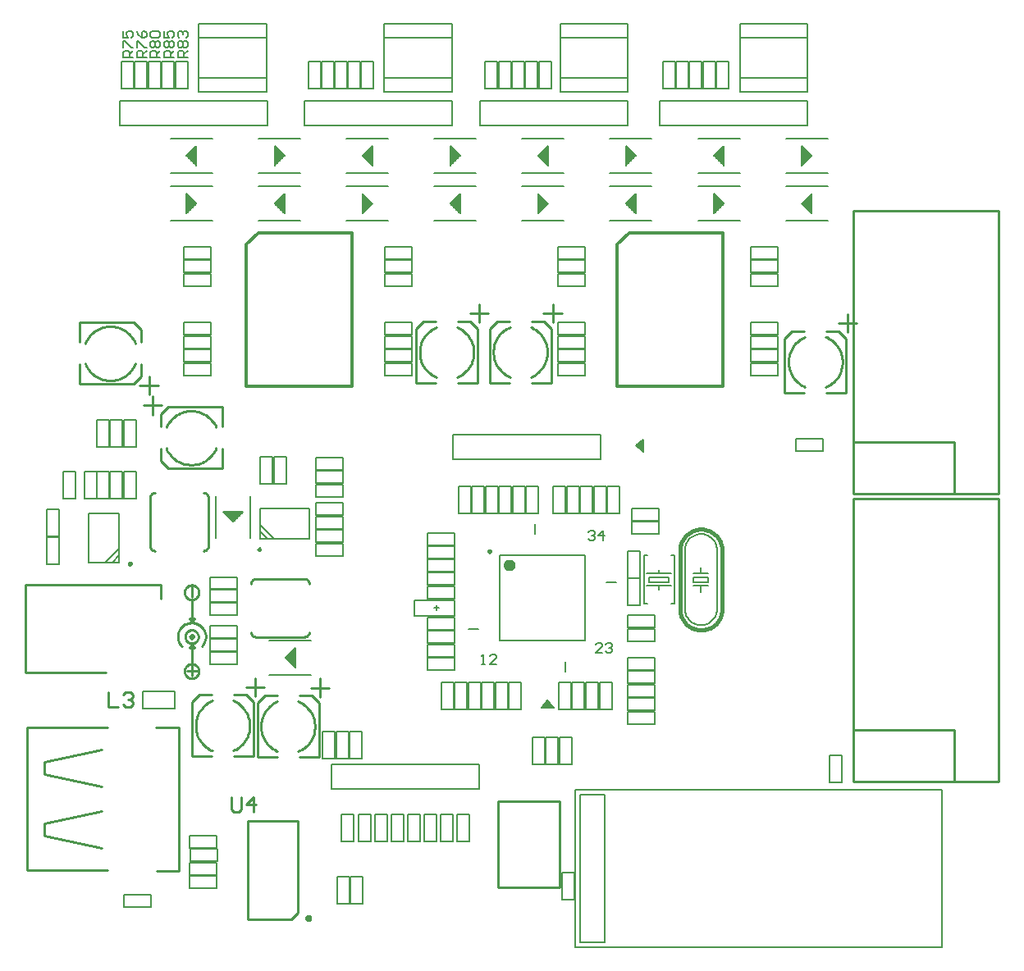
<source format=gto>
%FSTAX23Y23*%
%MOIN*%
%SFA1B1*%

%IPPOS*%
%ADD33C,0.010000*%
%ADD49C,0.009840*%
%ADD50C,0.016000*%
%ADD51C,0.006000*%
%ADD52C,0.023620*%
%ADD53C,0.015000*%
%ADD54C,0.005000*%
%ADD55C,0.008000*%
%ADD56C,0.011810*%
%ADD57C,0.007870*%
%LNcontrolboard-1*%
%LPD*%
G54D33*
X03186Y02448D02*
D01*
X03193Y02451*
X032Y02454*
X03206Y02458*
X03212Y02463*
X03218Y02468*
X03224Y02473*
X03229Y02479*
X03234Y02485*
X03238Y02491*
X03242Y02498*
X03245Y02505*
X03248Y02512*
X0325Y02519*
X03252Y02527*
X03253Y02535*
X03254Y02542*
X03254Y0255*
X03254Y02557*
X03253Y02565*
X03252Y02573*
X0325Y0258*
X03248Y02587*
X03245Y02595*
X03241Y02601*
X03238Y02608*
X03233Y02614*
X03229Y0262*
X03223Y02626*
X03218Y02631*
X03212Y02636*
X03206Y02641*
X03199Y02645*
X03192Y02649*
X03186Y02651*
X03103D02*
D01*
X03096Y02648*
X03089Y02645*
X03083Y02641*
X03077Y02636*
X03071Y02631*
X03065Y02626*
X0306Y0262*
X03055Y02614*
X03051Y02608*
X03047Y02601*
X03044Y02594*
X03041Y02587*
X03039Y0258*
X03037Y02572*
X03036Y02564*
X03035Y02557*
X03035Y02549*
X03035Y02542*
X03036Y02534*
X03037Y02526*
X03039Y02519*
X03041Y02512*
X03044Y02504*
X03048Y02498*
X03051Y02491*
X03056Y02485*
X0306Y02479*
X03066Y02473*
X03071Y02468*
X03077Y02463*
X03083Y02458*
X0309Y02454*
X03097Y0245*
X03103Y02448*
X01987Y02488D02*
D01*
X01994Y02491*
X02001Y02494*
X02007Y02498*
X02013Y02503*
X02019Y02508*
X02025Y02513*
X0203Y02519*
X02035Y02525*
X02039Y02531*
X02043Y02538*
X02046Y02545*
X02049Y02552*
X02051Y02559*
X02053Y02567*
X02054Y02575*
X02055Y02582*
X02055Y0259*
X02055Y02597*
X02054Y02605*
X02053Y02613*
X02051Y0262*
X02049Y02627*
X02046Y02635*
X02042Y02641*
X02039Y02648*
X02034Y02654*
X0203Y0266*
X02024Y02666*
X02019Y02671*
X02013Y02676*
X02007Y02681*
X02Y02685*
X01993Y02689*
X01987Y02691*
X01904D02*
D01*
X01897Y02688*
X0189Y02685*
X01884Y02681*
X01878Y02676*
X01872Y02671*
X01866Y02666*
X01861Y0266*
X01856Y02654*
X01852Y02648*
X01848Y02641*
X01845Y02634*
X01842Y02627*
X0184Y0262*
X01838Y02612*
X01837Y02604*
X01836Y02597*
X01836Y02589*
X01836Y02582*
X01837Y02574*
X01838Y02566*
X0184Y02559*
X01842Y02552*
X01845Y02544*
X01849Y02538*
X01852Y02531*
X01857Y02525*
X01861Y02519*
X01867Y02513*
X01872Y02508*
X01878Y02503*
X01884Y02498*
X01891Y02494*
X01898Y0249*
X01904Y02488*
X01688Y02487D02*
D01*
X01695Y0249*
X01702Y02493*
X01708Y02497*
X01714Y02502*
X0172Y02507*
X01726Y02512*
X01731Y02518*
X01736Y02524*
X0174Y0253*
X01744Y02537*
X01747Y02544*
X0175Y02551*
X01752Y02558*
X01754Y02566*
X01755Y02574*
X01756Y02581*
X01756Y02589*
X01756Y02596*
X01755Y02604*
X01754Y02612*
X01752Y02619*
X0175Y02626*
X01747Y02634*
X01743Y0264*
X0174Y02647*
X01735Y02653*
X01731Y02659*
X01725Y02665*
X0172Y0267*
X01714Y02675*
X01708Y0268*
X01701Y02684*
X01694Y02688*
X01688Y0269*
X01605D02*
D01*
X01598Y02687*
X01591Y02684*
X01585Y0268*
X01579Y02675*
X01573Y0267*
X01567Y02665*
X01562Y02659*
X01557Y02653*
X01553Y02647*
X01549Y0264*
X01546Y02633*
X01543Y02626*
X01541Y02619*
X01539Y02611*
X01538Y02603*
X01537Y02596*
X01537Y02588*
X01537Y02581*
X01538Y02573*
X01539Y02565*
X01541Y02558*
X01543Y02551*
X01546Y02543*
X0155Y02537*
X01553Y0253*
X01558Y02524*
X01562Y02518*
X01568Y02512*
X01573Y02507*
X01579Y02502*
X01585Y02497*
X01592Y02493*
X01599Y02489*
X01605Y02487*
X00178Y02542D02*
D01*
X00181Y02535*
X00184Y02528*
X00188Y02522*
X00193Y02516*
X00198Y0251*
X00203Y02504*
X00209Y02499*
X00215Y02494*
X00221Y0249*
X00228Y02486*
X00235Y02483*
X00242Y0248*
X00249Y02478*
X00257Y02476*
X00265Y02475*
X00272Y02474*
X0028Y02474*
X00287Y02474*
X00295Y02475*
X00303Y02476*
X0031Y02478*
X00317Y0248*
X00325Y02483*
X00331Y02487*
X00338Y0249*
X00344Y02495*
X0035Y02499*
X00356Y02505*
X00361Y0251*
X00366Y02516*
X00371Y02522*
X00375Y02529*
X00379Y02536*
X00381Y02542*
Y02625D02*
D01*
X00378Y02632*
X00375Y02639*
X00371Y02645*
X00366Y02651*
X00361Y02657*
X00356Y02663*
X0035Y02668*
X00344Y02673*
X00338Y02677*
X00331Y02681*
X00324Y02684*
X00317Y02687*
X0031Y02689*
X00302Y02691*
X00294Y02692*
X00287Y02693*
X00279Y02693*
X00272Y02693*
X00264Y02692*
X00256Y02691*
X00249Y02689*
X00242Y02687*
X00234Y02684*
X00228Y0268*
X00221Y02677*
X00215Y02672*
X00209Y02668*
X00203Y02662*
X00198Y02657*
X00193Y02651*
X00188Y02645*
X00184Y02638*
X0018Y02631*
X00178Y02625*
X00778Y00969D02*
D01*
X00785Y00972*
X00792Y00975*
X00798Y00979*
X00804Y00984*
X0081Y00989*
X00816Y00994*
X00821Y01*
X00826Y01006*
X0083Y01012*
X00834Y01019*
X00837Y01026*
X0084Y01033*
X00842Y0104*
X00844Y01048*
X00845Y01056*
X00846Y01063*
X00846Y01071*
X00846Y01078*
X00845Y01086*
X00844Y01094*
X00842Y01101*
X0084Y01108*
X00837Y01116*
X00833Y01122*
X0083Y01129*
X00825Y01135*
X00821Y01141*
X00815Y01147*
X0081Y01152*
X00804Y01157*
X00798Y01162*
X00791Y01166*
X00784Y0117*
X00778Y01172*
X00695D02*
D01*
X00688Y01169*
X00681Y01166*
X00675Y01162*
X00669Y01157*
X00663Y01152*
X00657Y01147*
X00652Y01141*
X00647Y01135*
X00643Y01129*
X00639Y01122*
X00636Y01115*
X00633Y01108*
X00631Y01101*
X00629Y01093*
X00628Y01085*
X00627Y01078*
X00627Y0107*
X00627Y01063*
X00628Y01055*
X00629Y01047*
X00631Y0104*
X00633Y01033*
X00636Y01025*
X0064Y01019*
X00643Y01012*
X00648Y01006*
X00652Y01*
X00658Y00994*
X00663Y00989*
X00669Y00984*
X00675Y00979*
X00682Y00975*
X00689Y00971*
X00695Y00969*
X01043Y00966D02*
D01*
X0105Y00969*
X01057Y00972*
X01063Y00976*
X01069Y00981*
X01075Y00986*
X01081Y00991*
X01086Y00997*
X01091Y01003*
X01095Y01009*
X01099Y01016*
X01102Y01023*
X01105Y0103*
X01107Y01037*
X01109Y01045*
X0111Y01053*
X01111Y0106*
X01111Y01068*
X01111Y01075*
X0111Y01083*
X01109Y01091*
X01107Y01098*
X01105Y01105*
X01102Y01113*
X01098Y01119*
X01095Y01126*
X0109Y01132*
X01086Y01138*
X0108Y01144*
X01075Y01149*
X01069Y01154*
X01063Y01159*
X01056Y01163*
X01049Y01167*
X01043Y01169*
X0096D02*
D01*
X00953Y01166*
X00946Y01163*
X0094Y01159*
X00934Y01154*
X00928Y01149*
X00922Y01144*
X00917Y01138*
X00912Y01132*
X00908Y01126*
X00904Y01119*
X00901Y01112*
X00898Y01105*
X00896Y01098*
X00894Y0109*
X00893Y01082*
X00892Y01075*
X00892Y01067*
X00892Y0106*
X00893Y01052*
X00894Y01044*
X00896Y01037*
X00898Y0103*
X00901Y01022*
X00905Y01016*
X00908Y01009*
X00913Y01003*
X00917Y00997*
X00923Y00991*
X00928Y00986*
X00934Y00981*
X0094Y00976*
X00947Y00972*
X00954Y00968*
X0096Y00966*
X0071Y02282D02*
D01*
X00707Y02289*
X00704Y02296*
X007Y02302*
X00695Y02308*
X0069Y02314*
X00685Y0232*
X00679Y02325*
X00673Y0233*
X00667Y02334*
X0066Y02338*
X00653Y02341*
X00646Y02344*
X00639Y02346*
X00631Y02348*
X00623Y02349*
X00616Y0235*
X00608Y0235*
X00601Y0235*
X00593Y02349*
X00585Y02348*
X00578Y02346*
X00571Y02344*
X00563Y02341*
X00557Y02337*
X0055Y02334*
X00544Y02329*
X00538Y02325*
X00532Y02319*
X00527Y02314*
X00522Y02308*
X00517Y02302*
X00513Y02295*
X00509Y02288*
X00507Y02282*
Y02199D02*
D01*
X0051Y02192*
X00513Y02185*
X00517Y02179*
X00522Y02173*
X00527Y02167*
X00532Y02161*
X00538Y02156*
X00544Y02151*
X0055Y02147*
X00557Y02143*
X00564Y0214*
X00571Y02137*
X00578Y02135*
X00586Y02133*
X00594Y02132*
X00601Y02131*
X00609Y02131*
X00616Y02131*
X00624Y02132*
X00632Y02133*
X00639Y02135*
X00646Y02137*
X00654Y0214*
X0066Y02144*
X00667Y02147*
X00673Y02152*
X00679Y02156*
X00685Y02162*
X0069Y02167*
X00695Y02173*
X007Y02179*
X00704Y02186*
X00708Y02193*
X0071Y02199*
X0064Y01613D02*
D01*
X0064Y01615*
X00639Y01617*
X00639Y01619*
X00639Y01621*
X00638Y01622*
X00637Y01624*
X00636Y01626*
X00635Y01628*
X00634Y0163*
X00633Y01631*
X00631Y01633*
X0063Y01634*
X00628Y01635*
X00627Y01637*
X00625Y01638*
X00623Y01639*
X00621Y0164*
X0062Y0164*
X00618Y01641*
X00616Y01641*
X00614Y01641*
X00612Y01642*
X00609*
X00607Y01641*
X00605Y01641*
X00603Y01641*
X00601Y0164*
X006Y0164*
X00598Y01639*
X00596Y01638*
X00594Y01637*
X00593Y01635*
X00591Y01634*
X0059Y01633*
X00588Y01631*
X00587Y0163*
X00586Y01628*
X00585Y01626*
X00584Y01624*
X00583Y01622*
X00582Y01621*
X00582Y01619*
X00582Y01617*
X00581Y01615*
X00581Y01613*
X00581Y0161*
X00582Y01608*
X00582Y01606*
X00582Y01604*
X00583Y01603*
X00584Y01601*
X00585Y01599*
X00586Y01597*
X00587Y01595*
X00588Y01594*
X0059Y01592*
X00591Y01591*
X00593Y0159*
X00594Y01588*
X00596Y01587*
X00598Y01586*
X006Y01585*
X00601Y01585*
X00603Y01584*
X00605Y01584*
X00607Y01584*
X00609Y01583*
X00612*
X00614Y01584*
X00616Y01584*
X00618Y01584*
X0062Y01585*
X00621Y01585*
X00623Y01586*
X00625Y01587*
X00627Y01588*
X00628Y0159*
X0063Y01591*
X00631Y01592*
X00633Y01594*
X00634Y01595*
X00635Y01597*
X00636Y01599*
X00637Y01601*
X00638Y01603*
X00639Y01604*
X00639Y01606*
X00639Y01608*
X0064Y0161*
X0064Y01613*
Y01293D02*
D01*
X0064Y01295*
X00639Y01297*
X00639Y01299*
X00639Y01301*
X00638Y01302*
X00637Y01304*
X00636Y01306*
X00635Y01308*
X00634Y0131*
X00633Y01311*
X00631Y01313*
X0063Y01314*
X00628Y01315*
X00627Y01317*
X00625Y01318*
X00623Y01319*
X00621Y0132*
X0062Y0132*
X00618Y01321*
X00616Y01321*
X00614Y01321*
X00612Y01322*
X00609*
X00607Y01321*
X00605Y01321*
X00603Y01321*
X00601Y0132*
X006Y0132*
X00598Y01319*
X00596Y01318*
X00594Y01317*
X00593Y01315*
X00591Y01314*
X0059Y01313*
X00588Y01311*
X00587Y0131*
X00586Y01308*
X00585Y01306*
X00584Y01304*
X00583Y01302*
X00582Y01301*
X00582Y01299*
X00582Y01297*
X00581Y01295*
X00581Y01293*
X00581Y0129*
X00582Y01288*
X00582Y01286*
X00582Y01284*
X00583Y01283*
X00584Y01281*
X00585Y01279*
X00586Y01277*
X00587Y01275*
X00588Y01274*
X0059Y01272*
X00591Y01271*
X00593Y0127*
X00594Y01268*
X00596Y01267*
X00598Y01266*
X006Y01265*
X00601Y01265*
X00603Y01264*
X00605Y01264*
X00607Y01264*
X00609Y01263*
X00612*
X00614Y01264*
X00616Y01264*
X00618Y01264*
X0062Y01265*
X00621Y01265*
X00623Y01266*
X00625Y01267*
X00627Y01268*
X00628Y0127*
X0063Y01271*
X00631Y01272*
X00633Y01274*
X00634Y01275*
X00635Y01277*
X00636Y01279*
X00637Y01281*
X00638Y01283*
X00639Y01284*
X00639Y01286*
X00639Y01288*
X0064Y0129*
X0064Y01293*
X00618Y01433D02*
D01*
X00618Y01433*
X00618Y01433*
X00617Y01434*
X00617Y01434*
X00617Y01435*
X00617Y01435*
X00617Y01436*
X00616Y01436*
X00616Y01437*
X00616Y01437*
X00616Y01437*
X00615Y01438*
X00615Y01438*
X00614Y01438*
X00614Y01439*
X00614Y01439*
X00613Y01439*
X00613Y01439*
X00612Y01439*
X00612Y01439*
X00611Y0144*
X00611Y0144*
X0061*
X0061Y0144*
X00609Y01439*
X00609Y01439*
X00608Y01439*
X00608Y01439*
X00607Y01439*
X00607Y01439*
X00607Y01438*
X00606Y01438*
X00606Y01438*
X00605Y01437*
X00605Y01437*
X00605Y01437*
X00605Y01436*
X00604Y01436*
X00604Y01435*
X00604Y01435*
X00604Y01434*
X00604Y01434*
X00603Y01433*
X00603Y01433*
X00603Y01433*
X00603Y01432*
X00603Y01432*
X00604Y01431*
X00604Y01431*
X00604Y0143*
X00604Y0143*
X00604Y01429*
X00605Y01429*
X00605Y01428*
X00605Y01428*
X00605Y01428*
X00606Y01427*
X00606Y01427*
X00607Y01427*
X00607Y01426*
X00607Y01426*
X00608Y01426*
X00608Y01426*
X00609Y01426*
X00609Y01426*
X0061Y01425*
X0061Y01425*
X00611*
X00611Y01425*
X00612Y01426*
X00612Y01426*
X00613Y01426*
X00613Y01426*
X00614Y01426*
X00614Y01426*
X00614Y01427*
X00615Y01427*
X00615Y01427*
X00616Y01428*
X00616Y01428*
X00616Y01428*
X00616Y01429*
X00617Y01429*
X00617Y0143*
X00617Y0143*
X00617Y01431*
X00617Y01431*
X00618Y01432*
X00618Y01432*
X00618Y01433*
X00637D02*
D01*
X00637Y01434*
X00637Y01436*
X00637Y01438*
X00636Y0144*
X00636Y01442*
X00635Y01443*
X00634Y01445*
X00633Y01447*
X00632Y01448*
X00631Y0145*
X0063Y01451*
X00629Y01453*
X00627Y01454*
X00626Y01455*
X00624Y01456*
X00622Y01457*
X00621Y01457*
X00619Y01458*
X00617Y01459*
X00615Y01459*
X00613Y01459*
X00611Y01459*
X0061*
X00608Y01459*
X00606Y01459*
X00604Y01459*
X00602Y01458*
X006Y01457*
X00599Y01457*
X00597Y01456*
X00595Y01455*
X00594Y01454*
X00592Y01453*
X00591Y01451*
X0059Y0145*
X00589Y01448*
X00588Y01447*
X00587Y01445*
X00586Y01443*
X00585Y01442*
X00585Y0144*
X00584Y01438*
X00584Y01436*
X00584Y01434*
X00584Y01433*
X00584Y01431*
X00584Y01429*
X00584Y01427*
X00585Y01425*
X00585Y01423*
X00586Y01422*
X00587Y0142*
X00588Y01418*
X00589Y01417*
X0059Y01415*
X00591Y01414*
X00592Y01412*
X00594Y01411*
X00595Y0141*
X00597Y01409*
X00599Y01408*
X006Y01408*
X00602Y01407*
X00604Y01406*
X00606Y01406*
X00608Y01406*
X0061Y01406*
X00611*
X00613Y01406*
X00615Y01406*
X00617Y01406*
X00619Y01407*
X00621Y01408*
X00622Y01408*
X00624Y01409*
X00626Y0141*
X00627Y01411*
X00629Y01412*
X0063Y01414*
X00631Y01415*
X00632Y01417*
X00633Y01418*
X00634Y0142*
X00635Y01422*
X00636Y01423*
X00636Y01425*
X00637Y01427*
X00637Y01429*
X00637Y01431*
X00637Y01433*
X0064Y01613D02*
D01*
X0064Y01615*
X00639Y01617*
X00639Y01619*
X00639Y01621*
X00638Y01622*
X00637Y01624*
X00636Y01626*
X00635Y01628*
X00634Y0163*
X00633Y01631*
X00631Y01633*
X0063Y01634*
X00628Y01635*
X00627Y01637*
X00625Y01638*
X00623Y01639*
X00621Y0164*
X0062Y0164*
X00618Y01641*
X00616Y01641*
X00614Y01641*
X00612Y01642*
X00609*
X00607Y01641*
X00605Y01641*
X00603Y01641*
X00601Y0164*
X006Y0164*
X00598Y01639*
X00596Y01638*
X00594Y01637*
X00593Y01635*
X00591Y01634*
X0059Y01633*
X00588Y01631*
X00587Y0163*
X00586Y01628*
X00585Y01626*
X00584Y01624*
X00583Y01622*
X00582Y01621*
X00582Y01619*
X00582Y01617*
X00581Y01615*
X00581Y01613*
X00581Y0161*
X00582Y01608*
X00582Y01606*
X00582Y01604*
X00583Y01603*
X00584Y01601*
X00585Y01599*
X00586Y01597*
X00587Y01595*
X00588Y01594*
X0059Y01592*
X00591Y01591*
X00593Y0159*
X00594Y01588*
X00596Y01587*
X00598Y01586*
X006Y01585*
X00601Y01585*
X00603Y01584*
X00605Y01584*
X00607Y01584*
X00609Y01583*
X00612*
X00614Y01584*
X00616Y01584*
X00618Y01584*
X0062Y01585*
X00621Y01585*
X00623Y01586*
X00625Y01587*
X00627Y01588*
X00628Y0159*
X0063Y01591*
X00631Y01592*
X00633Y01594*
X00634Y01595*
X00635Y01597*
X00636Y01599*
X00637Y01601*
X00638Y01603*
X00639Y01604*
X00639Y01606*
X00639Y01608*
X0064Y0161*
X0064Y01613*
Y01293D02*
D01*
X0064Y01295*
X00639Y01297*
X00639Y01299*
X00639Y01301*
X00638Y01302*
X00637Y01304*
X00636Y01306*
X00635Y01308*
X00634Y0131*
X00633Y01311*
X00631Y01313*
X0063Y01314*
X00628Y01315*
X00627Y01317*
X00625Y01318*
X00623Y01319*
X00621Y0132*
X0062Y0132*
X00618Y01321*
X00616Y01321*
X00614Y01321*
X00612Y01322*
X00609*
X00607Y01321*
X00605Y01321*
X00603Y01321*
X00601Y0132*
X006Y0132*
X00598Y01319*
X00596Y01318*
X00594Y01317*
X00593Y01315*
X00591Y01314*
X0059Y01313*
X00588Y01311*
X00587Y0131*
X00586Y01308*
X00585Y01306*
X00584Y01304*
X00583Y01302*
X00582Y01301*
X00582Y01299*
X00582Y01297*
X00581Y01295*
X00581Y01293*
X00581Y0129*
X00582Y01288*
X00582Y01286*
X00582Y01284*
X00583Y01283*
X00584Y01281*
X00585Y01279*
X00586Y01277*
X00587Y01275*
X00588Y01274*
X0059Y01272*
X00591Y01271*
X00593Y0127*
X00594Y01268*
X00596Y01267*
X00598Y01266*
X006Y01265*
X00601Y01265*
X00603Y01264*
X00605Y01264*
X00607Y01264*
X00609Y01263*
X00612*
X00614Y01264*
X00616Y01264*
X00618Y01264*
X0062Y01265*
X00621Y01265*
X00623Y01266*
X00625Y01267*
X00627Y01268*
X00628Y0127*
X0063Y01271*
X00631Y01272*
X00633Y01274*
X00634Y01275*
X00635Y01277*
X00636Y01279*
X00637Y01281*
X00638Y01283*
X00639Y01284*
X00639Y01286*
X00639Y01288*
X0064Y0129*
X0064Y01293*
X00618Y01433D02*
D01*
X00618Y01433*
X00618Y01433*
X00617Y01434*
X00617Y01434*
X00617Y01435*
X00617Y01435*
X00617Y01436*
X00616Y01436*
X00616Y01437*
X00616Y01437*
X00616Y01437*
X00615Y01438*
X00615Y01438*
X00614Y01438*
X00614Y01439*
X00614Y01439*
X00613Y01439*
X00613Y01439*
X00612Y01439*
X00612Y01439*
X00611Y0144*
X00611Y0144*
X0061*
X0061Y0144*
X00609Y01439*
X00609Y01439*
X00608Y01439*
X00608Y01439*
X00607Y01439*
X00607Y01439*
X00607Y01438*
X00606Y01438*
X00606Y01438*
X00605Y01437*
X00605Y01437*
X00605Y01437*
X00605Y01436*
X00604Y01436*
X00604Y01435*
X00604Y01435*
X00604Y01434*
X00604Y01434*
X00603Y01433*
X00603Y01433*
X00603Y01433*
X00603Y01432*
X00603Y01432*
X00604Y01431*
X00604Y01431*
X00604Y0143*
X00604Y0143*
X00604Y01429*
X00605Y01429*
X00605Y01428*
X00605Y01428*
X00605Y01428*
X00606Y01427*
X00606Y01427*
X00607Y01427*
X00607Y01426*
X00607Y01426*
X00608Y01426*
X00608Y01426*
X00609Y01426*
X00609Y01426*
X0061Y01425*
X0061Y01425*
X00611*
X00611Y01425*
X00612Y01426*
X00612Y01426*
X00613Y01426*
X00613Y01426*
X00614Y01426*
X00614Y01426*
X00614Y01427*
X00615Y01427*
X00615Y01427*
X00616Y01428*
X00616Y01428*
X00616Y01428*
X00616Y01429*
X00617Y01429*
X00617Y0143*
X00617Y0143*
X00617Y01431*
X00617Y01431*
X00618Y01432*
X00618Y01432*
X00618Y01433*
X00637D02*
D01*
X00637Y01434*
X00637Y01436*
X00637Y01438*
X00636Y0144*
X00636Y01442*
X00635Y01443*
X00634Y01445*
X00633Y01447*
X00632Y01448*
X00631Y0145*
X0063Y01451*
X00629Y01453*
X00627Y01454*
X00626Y01455*
X00624Y01456*
X00622Y01457*
X00621Y01457*
X00619Y01458*
X00617Y01459*
X00615Y01459*
X00613Y01459*
X00611Y01459*
X0061*
X00608Y01459*
X00606Y01459*
X00604Y01459*
X00602Y01458*
X006Y01457*
X00599Y01457*
X00597Y01456*
X00595Y01455*
X00594Y01454*
X00592Y01453*
X00591Y01451*
X0059Y0145*
X00589Y01448*
X00588Y01447*
X00587Y01445*
X00586Y01443*
X00585Y01442*
X00585Y0144*
X00584Y01438*
X00584Y01436*
X00584Y01434*
X00584Y01433*
X00584Y01431*
X00584Y01429*
X00584Y01427*
X00585Y01425*
X00585Y01423*
X00586Y01422*
X00587Y0142*
X00588Y01418*
X00589Y01417*
X0059Y01415*
X00591Y01414*
X00592Y01412*
X00594Y01411*
X00595Y0141*
X00597Y01409*
X00599Y01408*
X006Y01408*
X00602Y01407*
X00604Y01406*
X00606Y01406*
X00608Y01406*
X0061Y01406*
X00611*
X00613Y01406*
X00615Y01406*
X00617Y01406*
X00619Y01407*
X00621Y01408*
X00622Y01408*
X00624Y01409*
X00626Y0141*
X00627Y01411*
X00629Y01412*
X0063Y01414*
X00631Y01415*
X00632Y01417*
X00633Y01418*
X00634Y0142*
X00635Y01422*
X00636Y01423*
X00636Y01425*
X00637Y01427*
X00637Y01429*
X00637Y01431*
X00637Y01433*
X00651Y01393D02*
D01*
X00653Y01395*
X00656Y01398*
X00658Y01402*
X0066Y01405*
X00662Y01409*
X00663Y01412*
X00665Y01416*
X00666Y0142*
X00666Y01424*
X00667Y01428*
X00667Y01432*
X00667Y01435*
X00667Y01439*
X00666Y01443*
X00665Y01447*
X00664Y01451*
X00663Y01455*
X00661Y01458*
X00659Y01462*
X00657Y01465*
X00654Y01468*
X00652Y01471*
X00649Y01474*
X00646Y01476*
X00643Y01479*
X0064Y01481*
X00636Y01483*
X00633Y01485*
X00629Y01486*
X00625Y01487*
X00621Y01488*
X00617Y01489*
X00613Y01489*
X0061Y01489*
X00606Y01489*
X00602Y01488*
X00598Y01488*
X00594Y01487*
X0059Y01485*
X00587Y01484*
X00583Y01482*
X0058Y0148*
X00576Y01478*
X00573Y01475*
X00571Y01473*
X00568Y0147*
X00565Y01467*
X00563Y01463*
X00561Y0146*
X00559Y01456*
X00558Y01453*
X00556Y01449*
X00555Y01445*
X00555Y01441*
X00554Y01437*
X00554Y01433*
X00554Y0143*
X00554Y01426*
X00555Y01422*
X00556Y01418*
X00557Y01414*
X00558Y0141*
X0056Y01407*
X00562Y01403*
X00564Y014*
X00567Y01397*
X00569Y01394*
X00571Y01393*
X00651D02*
D01*
X00653Y01395*
X00656Y01398*
X00658Y01402*
X0066Y01405*
X00662Y01409*
X00663Y01412*
X00665Y01416*
X00666Y0142*
X00666Y01424*
X00667Y01428*
X00667Y01432*
X00667Y01435*
X00667Y01439*
X00666Y01443*
X00665Y01447*
X00664Y01451*
X00663Y01455*
X00661Y01458*
X00659Y01462*
X00657Y01465*
X00654Y01468*
X00652Y01471*
X00649Y01474*
X00646Y01476*
X00643Y01479*
X0064Y01481*
X00636Y01483*
X00633Y01485*
X00629Y01486*
X00625Y01487*
X00621Y01488*
X00617Y01489*
X00613Y01489*
X0061Y01489*
X00606Y01489*
X00602Y01488*
X00598Y01488*
X00594Y01487*
X0059Y01485*
X00587Y01484*
X00583Y01482*
X0058Y0148*
X00576Y01478*
X00573Y01475*
X00571Y01473*
X00568Y0147*
X00565Y01467*
X00563Y01463*
X00561Y0146*
X00559Y01456*
X00558Y01453*
X00556Y01449*
X00555Y01445*
X00555Y01441*
X00554Y01437*
X00554Y01433*
X00554Y0143*
X00554Y01426*
X00555Y01422*
X00556Y01418*
X00557Y01414*
X00558Y0141*
X0056Y01407*
X00562Y01403*
X00564Y014*
X00567Y01397*
X00569Y01394*
X00571Y01393*
X01068Y01431D02*
D01*
X01069Y01431*
X01071Y01432*
X01072Y01432*
X01073Y01432*
X01075Y01433*
X01076Y01433*
X01077Y01434*
X01078Y01434*
X01079Y01435*
X01081Y01436*
X01082Y01437*
X01083Y01438*
X01083Y01439*
X01084Y0144*
X01085Y01441*
X01086Y01442*
X01086Y01444*
X01087Y01445*
X01087Y01446*
X01087Y01448*
X01088Y01449*
X01088Y0145*
X01088Y01451*
X00851D02*
D01*
X00851Y0145*
X00852Y01448*
X00852Y01447*
X00852Y01446*
X00853Y01444*
X00853Y01443*
X00854Y01442*
X00854Y01441*
X00855Y0144*
X00856Y01438*
X00857Y01437*
X00858Y01436*
X00859Y01436*
X0086Y01435*
X00861Y01434*
X00862Y01433*
X00864Y01433*
X00865Y01432*
X00866Y01432*
X00868Y01432*
X00869Y01431*
X0087Y01431*
X00871Y01431*
Y01668D02*
D01*
X0087Y01668*
X00868Y01667*
X00867Y01667*
X00866Y01667*
X00864Y01666*
X00863Y01666*
X00862Y01665*
X00861Y01665*
X0086Y01664*
X00858Y01663*
X00857Y01662*
X00856Y01661*
X00856Y0166*
X00855Y01659*
X00854Y01658*
X00853Y01657*
X00853Y01655*
X00852Y01654*
X00852Y01653*
X00852Y01651*
X00851Y0165*
X00851Y01649*
X00851Y01648*
X01088D02*
D01*
X01088Y01649*
X01087Y01651*
X01087Y01652*
X01087Y01653*
X01086Y01655*
X01086Y01656*
X01085Y01657*
X01085Y01658*
X01084Y01659*
X01083Y01661*
X01082Y01662*
X01081Y01663*
X0108Y01663*
X01079Y01664*
X01078Y01665*
X01077Y01666*
X01075Y01666*
X01074Y01667*
X01073Y01667*
X01071Y01667*
X0107Y01668*
X01069Y01668*
X01068Y01668*
X00678Y01998D02*
D01*
X00678Y01999*
X00677Y02001*
X00677Y02002*
X00677Y02003*
X00676Y02005*
X00676Y02006*
X00675Y02007*
X00675Y02008*
X00674Y02009*
X00673Y02011*
X00672Y02012*
X00671Y02013*
X0067Y02013*
X00669Y02014*
X00668Y02015*
X00667Y02016*
X00665Y02016*
X00664Y02017*
X00663Y02017*
X00661Y02017*
X0066Y02018*
X00659Y02018*
X00658Y02018*
Y01781D02*
D01*
X00659Y01781*
X00661Y01782*
X00662Y01782*
X00663Y01782*
X00665Y01783*
X00666Y01783*
X00667Y01784*
X00668Y01784*
X00669Y01785*
X00671Y01786*
X00672Y01787*
X00673Y01788*
X00673Y01789*
X00674Y0179*
X00675Y01791*
X00676Y01792*
X00676Y01794*
X00677Y01795*
X00677Y01796*
X00677Y01798*
X00678Y01799*
X00678Y018*
X00678Y01801*
X00441D02*
D01*
X00441Y018*
X00442Y01798*
X00442Y01797*
X00442Y01796*
X00443Y01794*
X00443Y01793*
X00444Y01792*
X00444Y01791*
X00445Y0179*
X00446Y01788*
X00447Y01787*
X00448Y01786*
X00449Y01786*
X0045Y01785*
X00451Y01784*
X00452Y01783*
X00454Y01783*
X00455Y01782*
X00456Y01782*
X00458Y01782*
X00459Y01781*
X0046Y01781*
X00461Y01781*
Y02018D02*
D01*
X0046Y02018*
X00458Y02017*
X00457Y02017*
X00456Y02017*
X00454Y02016*
X00453Y02016*
X00452Y02015*
X00451Y02015*
X0045Y02014*
X00448Y02013*
X00447Y02012*
X00446Y02011*
X00446Y0201*
X00445Y02009*
X00444Y02008*
X00443Y02007*
X00443Y02005*
X00442Y02004*
X00442Y02003*
X00442Y02001*
X00441Y02*
X00441Y01999*
X00441Y01998*
X03708Y00843D02*
Y01053D01*
X03298Y00843D02*
X03708D01*
X03298D02*
Y01053D01*
X03708*
X03298D02*
Y01993D01*
X03888*
Y00843D02*
Y01993D01*
X03678Y00843D02*
X03888D01*
X03708Y02015D02*
Y02225D01*
X03298Y02015D02*
X03708D01*
X03298D02*
Y02225D01*
X03708*
X03298D02*
Y03165D01*
X03888*
Y02015D02*
Y03165D01*
X03678Y02015D02*
X03888D01*
X0305Y02675D02*
X031D01*
X0319D02*
X0324D01*
X0319Y02425D02*
X0327D01*
X0302D02*
X031D01*
X0327D02*
Y02645D01*
X0324Y02675D02*
X0327Y02645D01*
X0302D02*
X0305Y02675D01*
X0302Y02425D02*
Y02645D01*
X03276Y0267D02*
Y02744D01*
X03239Y02707D02*
X03313D01*
X01851Y02715D02*
X01901D01*
X01991D02*
X02041D01*
X01991Y02465D02*
X02071D01*
X01821D02*
X01901D01*
X02071D02*
Y02685D01*
X02041Y02715D02*
X02071Y02685D01*
X01821D02*
X01851Y02715D01*
X01821Y02465D02*
Y02685D01*
X02077Y0271D02*
Y02784D01*
X0204Y02747D02*
X02114D01*
X01552Y02714D02*
X01602D01*
X01692D02*
X01742D01*
X01692Y02464D02*
X01772D01*
X01522D02*
X01602D01*
X01772D02*
Y02684D01*
X01742Y02714D02*
X01772Y02684D01*
X01522D02*
X01552Y02714D01*
X01522Y02464D02*
Y02684D01*
X01778Y02709D02*
Y02783D01*
X01741Y02746D02*
X01815D01*
X00405Y02629D02*
Y02679D01*
Y02489D02*
Y02539D01*
X00155Y02459D02*
Y02539D01*
Y02629D02*
Y02709D01*
Y02459D02*
X00375D01*
X00405Y02489*
X00375Y02709D02*
X00405Y02679D01*
X00155Y02709D02*
X00375D01*
X004Y02453D02*
X00474D01*
X00437Y02416D02*
Y0249D01*
X00642Y01196D02*
X00692D01*
X00782D02*
X00832D01*
X00782Y00946D02*
X00862D01*
X00612D02*
X00692D01*
X00862D02*
Y01166D01*
X00832Y01196D02*
X00862Y01166D01*
X00612D02*
X00642Y01196D01*
X00612Y00946D02*
Y01166D01*
X00868Y01191D02*
Y01265D01*
X00831Y01228D02*
X00905D01*
X00907Y01193D02*
X00957D01*
X01047D02*
X01097D01*
X01047Y00943D02*
X01127D01*
X00877D02*
X00957D01*
X01127D02*
Y01163D01*
X01097Y01193D02*
X01127Y01163D01*
X00877D02*
X00907Y01193D01*
X00877Y00943D02*
Y01163D01*
X01133Y01188D02*
Y01262D01*
X01096Y01225D02*
X0117D01*
X00484Y02146D02*
Y02196D01*
Y02286D02*
Y02336D01*
X00734Y02286D02*
Y02366D01*
Y02116D02*
Y02196D01*
X00514Y02366D02*
X00734D01*
X00484Y02336D02*
X00514Y02366D01*
X00484Y02146D02*
X00514Y02116D01*
X00734*
X00415Y02372D02*
X00489D01*
X00452Y02335D02*
Y02409D01*
X00611Y01593D02*
Y01633D01*
X00591Y01293D02*
X00631D01*
X00611Y01273D02*
Y01313D01*
X00601Y01508D02*
X00611Y01493D01*
X00621Y01508*
X00611Y01493D02*
Y01583D01*
Y01438D02*
X00616Y01433D01*
X00611Y01428D02*
X00616Y01433D01*
X00606D02*
X00611Y01428D01*
X00606Y01433D02*
X00611Y01438D01*
Y01428D02*
Y01438D01*
X00601Y01388D02*
X00611Y01403D01*
X00621Y01388*
X00611Y01323D02*
Y01403D01*
X-00064Y01288D02*
Y01643D01*
X00486*
X-00064Y01288D02*
X00261D01*
X00486Y01588D02*
Y01643D01*
X00871Y01431D02*
X01068D01*
X00871Y01668D02*
X01068D01*
X02105Y00415D02*
Y00765D01*
X01855Y00415D02*
Y00765D01*
X02105*
X01855Y00415D02*
X02105D01*
X00557Y00481D02*
Y01064D01*
X-00059Y01065D02*
X00267D01*
X-00059Y00482D02*
X00267D01*
X0047Y00481D02*
X00557D01*
X00466Y01064D02*
X00557D01*
X00013Y00624D02*
X00244Y00574D01*
X00013Y00624D02*
Y00674D01*
X00244Y00724*
X00013Y00874D02*
X00244Y00824D01*
X00013Y00874D02*
Y00924D01*
X00244Y00974*
X-00059Y00482D02*
Y01065D01*
X00678Y01801D02*
Y01998D01*
X00441Y01801D02*
Y01998D01*
X00837Y00283D02*
X01014D01*
X01042Y00311*
Y00684*
X00837D02*
X01042D01*
X00837Y00283D02*
Y00684D01*
X00272Y01207D02*
Y01148D01*
X00311*
X00331Y01197D02*
X00341Y01207D01*
X00361*
X00371Y01197*
Y01187*
X00361Y01177*
X00351*
X00361*
X00371Y01167*
Y01158*
X00361Y01148*
X00341*
X00331Y01158*
X00773Y00779D02*
Y00729D01*
X00783Y00719*
X00803*
X00813Y00729*
Y00779*
X00863Y00719D02*
Y00779D01*
X00833Y00749*
X00873*
G54D49*
X00364Y0173D02*
D01*
X00364Y0173*
X00364Y0173*
X00364Y01731*
X00364Y01731*
X00364Y01731*
X00364Y01732*
X00364Y01732*
X00363Y01732*
X00363Y01732*
X00363Y01733*
X00363Y01733*
X00362Y01733*
X00362Y01733*
X00362Y01734*
X00362Y01734*
X00361Y01734*
X00361Y01734*
X00361Y01734*
X0036Y01734*
X0036Y01734*
X0036Y01734*
X00359Y01734*
X00359*
X00359Y01734*
X00358Y01734*
X00358Y01734*
X00358Y01734*
X00357Y01734*
X00357Y01734*
X00357Y01734*
X00356Y01734*
X00356Y01733*
X00356Y01733*
X00356Y01733*
X00355Y01733*
X00355Y01732*
X00355Y01732*
X00355Y01732*
X00355Y01732*
X00355Y01731*
X00354Y01731*
X00354Y01731*
X00354Y0173*
X00354Y0173*
X00354Y0173*
X00354Y01729*
X00354Y01729*
X00354Y01728*
X00354Y01728*
X00355Y01728*
X00355Y01727*
X00355Y01727*
X00355Y01727*
X00355Y01727*
X00355Y01726*
X00356Y01726*
X00356Y01726*
X00356Y01726*
X00356Y01725*
X00357Y01725*
X00357Y01725*
X00357Y01725*
X00358Y01725*
X00358Y01725*
X00358Y01725*
X00359Y01725*
X00359Y01725*
X00359*
X0036Y01725*
X0036Y01725*
X0036Y01725*
X00361Y01725*
X00361Y01725*
X00361Y01725*
X00362Y01725*
X00362Y01725*
X00362Y01726*
X00362Y01726*
X00363Y01726*
X00363Y01726*
X00363Y01727*
X00363Y01727*
X00364Y01727*
X00364Y01727*
X00364Y01728*
X00364Y01728*
X00364Y01728*
X00364Y01729*
X00364Y01729*
X00364Y0173*
X0089Y01787D02*
D01*
X0089Y01787*
X0089Y01787*
X0089Y01788*
X0089Y01788*
X0089Y01788*
X0089Y01789*
X0089Y01789*
X0089Y01789*
X00889Y0179*
X00889Y0179*
X00889Y0179*
X00889Y0179*
X00888Y01791*
X00888Y01791*
X00888Y01791*
X00887Y01791*
X00887Y01791*
X00887Y01791*
X00887Y01791*
X00886Y01792*
X00886Y01792*
X00886Y01792*
X00885*
X00885Y01792*
X00884Y01792*
X00884Y01791*
X00884Y01791*
X00883Y01791*
X00883Y01791*
X00883Y01791*
X00883Y01791*
X00882Y01791*
X00882Y0179*
X00882Y0179*
X00882Y0179*
X00881Y0179*
X00881Y01789*
X00881Y01789*
X00881Y01789*
X00881Y01788*
X00881Y01788*
X00881Y01788*
X0088Y01787*
X0088Y01787*
X0088Y01787*
X0088Y01786*
X0088Y01786*
X00881Y01786*
X00881Y01785*
X00881Y01785*
X00881Y01785*
X00881Y01784*
X00881Y01784*
X00881Y01784*
X00882Y01784*
X00882Y01783*
X00882Y01783*
X00882Y01783*
X00883Y01783*
X00883Y01782*
X00883Y01782*
X00883Y01782*
X00884Y01782*
X00884Y01782*
X00884Y01782*
X00885Y01782*
X00885Y01782*
X00886*
X00886Y01782*
X00886Y01782*
X00887Y01782*
X00887Y01782*
X00887Y01782*
X00887Y01782*
X00888Y01782*
X00888Y01783*
X00888Y01783*
X00889Y01783*
X00889Y01783*
X00889Y01784*
X00889Y01784*
X0089Y01784*
X0089Y01784*
X0089Y01785*
X0089Y01785*
X0089Y01785*
X0089Y01786*
X0089Y01786*
X0089Y01786*
X0089Y01787*
X01825Y0178D02*
D01*
X01825Y0178*
X01825Y0178*
X01825Y01781*
X01825Y01781*
X01824Y01781*
X01824Y01782*
X01824Y01782*
X01824Y01782*
X01824Y01783*
X01824Y01783*
X01823Y01783*
X01823Y01783*
X01823Y01784*
X01823Y01784*
X01822Y01784*
X01822Y01784*
X01822Y01784*
X01821Y01784*
X01821Y01784*
X01821Y01784*
X0182Y01785*
X0182Y01785*
X0182*
X01819Y01785*
X01819Y01784*
X01819Y01784*
X01818Y01784*
X01818Y01784*
X01818Y01784*
X01817Y01784*
X01817Y01784*
X01817Y01784*
X01816Y01783*
X01816Y01783*
X01816Y01783*
X01816Y01783*
X01816Y01782*
X01815Y01782*
X01815Y01782*
X01815Y01781*
X01815Y01781*
X01815Y01781*
X01815Y0178*
X01815Y0178*
X01815Y0178*
X01815Y01779*
X01815Y01779*
X01815Y01779*
X01815Y01778*
X01815Y01778*
X01815Y01778*
X01815Y01777*
X01816Y01777*
X01816Y01777*
X01816Y01776*
X01816Y01776*
X01816Y01776*
X01817Y01776*
X01817Y01776*
X01817Y01775*
X01818Y01775*
X01818Y01775*
X01818Y01775*
X01819Y01775*
X01819Y01775*
X01819Y01775*
X0182Y01775*
X0182*
X0182Y01775*
X01821Y01775*
X01821Y01775*
X01821Y01775*
X01822Y01775*
X01822Y01775*
X01822Y01775*
X01823Y01776*
X01823Y01776*
X01823Y01776*
X01823Y01776*
X01824Y01776*
X01824Y01777*
X01824Y01777*
X01824Y01777*
X01824Y01778*
X01824Y01778*
X01825Y01778*
X01825Y01779*
X01825Y01779*
X01825Y01779*
X01825Y0178*
G54D50*
X02765Y01785D02*
D01*
X02764Y0179*
X02764Y01796*
X02763Y01802*
X02761Y01808*
X02759Y01814*
X02757Y01819*
X02755Y01824*
X02752Y0183*
X02748Y01834*
X02745Y01839*
X02741Y01844*
X02736Y01848*
X02732Y01851*
X02727Y01855*
X02722Y01858*
X02717Y01861*
X02711Y01863*
X02706Y01865*
X027Y01867*
X02694Y01868*
X02688Y01869*
X02682Y01869*
X02677*
X02671Y01869*
X02665Y01868*
X02659Y01867*
X02653Y01865*
X02648Y01863*
X02642Y01861*
X02637Y01858*
X02632Y01855*
X02627Y01851*
X02623Y01848*
X02618Y01844*
X02614Y01839*
X02611Y01834*
X02607Y0183*
X02604Y01824*
X02602Y01819*
X026Y01814*
X02598Y01808*
X02596Y01802*
X02595Y01796*
X02595Y0179*
X02595Y01785*
Y01545D02*
D01*
X02595Y01539*
X02595Y01533*
X02596Y01527*
X02598Y01521*
X026Y01515*
X02602Y0151*
X02604Y01505*
X02607Y01499*
X02611Y01495*
X02614Y0149*
X02618Y01485*
X02623Y01481*
X02627Y01478*
X02632Y01474*
X02637Y01471*
X02642Y01468*
X02648Y01466*
X02653Y01464*
X02659Y01462*
X02665Y01461*
X02671Y0146*
X02677Y0146*
X02682*
X02688Y0146*
X02694Y01461*
X027Y01462*
X02706Y01464*
X02711Y01466*
X02717Y01468*
X02722Y01471*
X02727Y01474*
X02732Y01478*
X02736Y01481*
X02741Y01485*
X02745Y0149*
X02748Y01495*
X02752Y01499*
X02755Y01505*
X02757Y0151*
X02759Y01515*
X02761Y01521*
X02763Y01527*
X02764Y01533*
X02764Y01539*
X02765Y01545*
X02595D02*
Y01785D01*
X02765Y01545D02*
Y01785D01*
G54D51*
X02745Y01785D02*
D01*
X02744Y01789*
X02744Y01794*
X02743Y01798*
X02742Y01802*
X02741Y01807*
X02739Y01811*
X02737Y01815*
X02735Y01819*
X02732Y01823*
X02729Y01826*
X02726Y0183*
X02723Y01833*
X0272Y01836*
X02716Y01838*
X02712Y01841*
X02708Y01843*
X02704Y01845*
X027Y01846*
X02695Y01848*
X02691Y01849*
X02686Y01849*
X02682Y01849*
X02677*
X02673Y01849*
X02668Y01849*
X02664Y01848*
X02659Y01846*
X02655Y01845*
X02651Y01843*
X02647Y01841*
X02643Y01838*
X02639Y01836*
X02636Y01833*
X02633Y0183*
X0263Y01826*
X02627Y01823*
X02624Y01819*
X02622Y01815*
X0262Y01811*
X02618Y01807*
X02617Y01802*
X02616Y01798*
X02615Y01794*
X02615Y01789*
X02615Y01785*
Y01545D02*
D01*
X02615Y0154*
X02615Y01535*
X02616Y01531*
X02617Y01527*
X02618Y01522*
X0262Y01518*
X02622Y01514*
X02624Y0151*
X02627Y01506*
X0263Y01503*
X02633Y01499*
X02636Y01496*
X02639Y01493*
X02643Y01491*
X02647Y01488*
X02651Y01486*
X02655Y01484*
X02659Y01483*
X02664Y01481*
X02668Y0148*
X02673Y0148*
X02677Y0148*
X02682*
X02686Y0148*
X02691Y0148*
X02695Y01481*
X027Y01483*
X02704Y01484*
X02708Y01486*
X02712Y01488*
X02716Y01491*
X0272Y01493*
X02723Y01496*
X02726Y01499*
X02729Y01503*
X02732Y01506*
X02735Y0151*
X02737Y01514*
X02739Y01518*
X02741Y01522*
X02742Y01527*
X02743Y01531*
X02744Y01535*
X02744Y0154*
X02745Y01545*
X02615D02*
Y01785D01*
X02745Y01545D02*
Y01785D01*
X0271Y01655D02*
Y01675D01*
X0265Y01655D02*
X0271D01*
X0265D02*
Y01675D01*
X0271*
X0268Y0164D02*
X0271D01*
X0265D02*
X0268D01*
Y0169D02*
X0271D01*
X0265D02*
X0268D01*
Y01615D02*
Y0164D01*
Y0169D02*
Y01715D01*
G54D52*
X01913Y01723D02*
D01*
X01913Y01724*
X01913Y01725*
X01913Y01726*
X01913Y01727*
X01912Y01727*
X01912Y01728*
X01912Y01729*
X01911Y0173*
X01911Y0173*
X0191Y01731*
X0191Y01732*
X01909Y01732*
X01909Y01733*
X01908Y01733*
X01907Y01734*
X01906Y01734*
X01906Y01734*
X01905Y01735*
X01904Y01735*
X01903Y01735*
X01903Y01735*
X01902Y01735*
X01901*
X019Y01735*
X01899Y01735*
X01898Y01735*
X01898Y01735*
X01897Y01734*
X01896Y01734*
X01895Y01734*
X01895Y01733*
X01894Y01733*
X01893Y01732*
X01893Y01732*
X01892Y01731*
X01892Y0173*
X01891Y0173*
X01891Y01729*
X01891Y01728*
X0189Y01727*
X0189Y01727*
X0189Y01726*
X0189Y01725*
X0189Y01724*
X01889Y01723*
X0189Y01723*
X0189Y01722*
X0189Y01721*
X0189Y0172*
X0189Y01719*
X01891Y01719*
X01891Y01718*
X01891Y01717*
X01892Y01716*
X01892Y01716*
X01893Y01715*
X01893Y01715*
X01894Y01714*
X01895Y01714*
X01895Y01713*
X01896Y01713*
X01897Y01712*
X01898Y01712*
X01898Y01712*
X01899Y01712*
X019Y01712*
X01901Y01712*
X01902*
X01903Y01712*
X01903Y01712*
X01904Y01712*
X01905Y01712*
X01906Y01712*
X01906Y01713*
X01907Y01713*
X01908Y01714*
X01909Y01714*
X01909Y01715*
X0191Y01715*
X0191Y01716*
X01911Y01716*
X01911Y01717*
X01912Y01718*
X01912Y01719*
X01912Y01719*
X01913Y0172*
X01913Y01721*
X01913Y01722*
X01913Y01723*
X01913Y01723*
G54D53*
X0109Y00289D02*
D01*
X01089Y00289*
X01089Y00289*
X01089Y0029*
X01089Y0029*
X01089Y0029*
X01089Y00291*
X01089Y00291*
X01089Y00291*
X01089Y00291*
X01088Y00292*
X01088Y00292*
X01088Y00292*
X01088Y00292*
X01087Y00293*
X01087Y00293*
X01087Y00293*
X01086Y00293*
X01086Y00293*
X01086Y00293*
X01085Y00293*
X01085Y00293*
X01085Y00293*
X01084*
X01084Y00293*
X01084Y00293*
X01083Y00293*
X01083Y00293*
X01083Y00293*
X01082Y00293*
X01082Y00293*
X01082Y00293*
X01081Y00292*
X01081Y00292*
X01081Y00292*
X01081Y00292*
X0108Y00291*
X0108Y00291*
X0108Y00291*
X0108Y00291*
X0108Y0029*
X0108Y0029*
X0108Y0029*
X0108Y00289*
X0108Y00289*
X0108Y00289*
X0108Y00288*
X0108Y00288*
X0108Y00287*
X0108Y00287*
X0108Y00287*
X0108Y00286*
X0108Y00286*
X0108Y00286*
X0108Y00286*
X01081Y00285*
X01081Y00285*
X01081Y00285*
X01081Y00285*
X01082Y00284*
X01082Y00284*
X01082Y00284*
X01083Y00284*
X01083Y00284*
X01083Y00284*
X01084Y00284*
X01084Y00284*
X01084Y00284*
X01085*
X01085Y00284*
X01085Y00284*
X01086Y00284*
X01086Y00284*
X01086Y00284*
X01087Y00284*
X01087Y00284*
X01087Y00284*
X01088Y00285*
X01088Y00285*
X01088Y00285*
X01088Y00285*
X01089Y00286*
X01089Y00286*
X01089Y00286*
X01089Y00286*
X01089Y00287*
X01089Y00287*
X01089Y00287*
X01089Y00288*
X01089Y00288*
X0109Y00289*
G54D54*
X00317Y03511D02*
Y03611D01*
X00917*
Y03511D02*
Y03611D01*
X00317Y03511D02*
X00917D01*
X00412Y0114D02*
Y0121D01*
X00542*
Y0114D02*
Y0121D01*
X00412Y0114D02*
X00542D01*
X02115Y00365D02*
Y00475D01*
X02165*
Y00365D02*
Y00475D01*
X02115Y00365D02*
X02165D01*
X03251Y0084D02*
Y0095D01*
X03201Y0084D02*
X03251D01*
X03201D02*
Y0095D01*
X03251*
X03065Y02188D02*
X03175D01*
X03065D02*
Y02238D01*
X03175*
Y02188D02*
Y02238D01*
X0127Y006D02*
Y0071D01*
X0122Y006D02*
X0127D01*
X0122D02*
Y0071D01*
X0127*
X01672Y006D02*
Y0071D01*
X01622Y006D02*
X01672D01*
X01622D02*
Y0071D01*
X01672*
X01605Y006D02*
Y0071D01*
X01555Y006D02*
X01605D01*
X01555D02*
Y0071D01*
X01605*
X01404Y006D02*
Y0071D01*
X01354Y006D02*
X01404D01*
X01354D02*
Y0071D01*
X01404*
X01471Y006D02*
Y0071D01*
X01421Y006D02*
X01471D01*
X01421D02*
Y0071D01*
X01471*
X0219Y0019D02*
Y0079D01*
Y0019D02*
X0229D01*
Y0079*
X0219D02*
X0229D01*
X0217Y0017D02*
Y0081D01*
Y0017D02*
X0366D01*
Y0081*
X0217D02*
X0366D01*
X02881Y02659D02*
X02991D01*
X02881D02*
Y02709D01*
X02991*
Y02659D02*
Y02709D01*
X02881Y02654D02*
X02991D01*
Y02604D02*
Y02654D01*
X02881Y02604D02*
X02991D01*
X02881D02*
Y02654D01*
X02098Y02545D02*
X02208D01*
Y02495D02*
Y02545D01*
X02098Y02495D02*
X02208D01*
X02098D02*
Y02545D01*
Y02549D02*
X02208D01*
X02098D02*
Y02599D01*
X02208*
Y02549D02*
Y02599D01*
X01395Y02659D02*
X01505D01*
X01395D02*
Y02709D01*
X01505*
Y02659D02*
Y02709D01*
X01395Y02654D02*
X01505D01*
Y02604D02*
Y02654D01*
X01395Y02604D02*
X01505D01*
X01395D02*
Y02654D01*
X00578Y02545D02*
X00688D01*
Y02495D02*
Y02545D01*
X00578Y02495D02*
X00688D01*
X00578D02*
Y02545D01*
Y02549D02*
X00688D01*
X00578D02*
Y02599D01*
X00688*
Y02549D02*
Y02599D01*
X02687Y03659D02*
Y03769D01*
X02737*
Y03659D02*
Y03769D01*
X02687Y03659D02*
X02737D01*
X01966D02*
Y03769D01*
X02016*
Y03659D02*
Y03769D01*
X01966Y03659D02*
X02016D01*
X02742D02*
Y03769D01*
X02792*
Y03659D02*
Y03769D01*
X02742Y03659D02*
X02792D01*
X02579D02*
Y03769D01*
X02629*
Y03659D02*
Y03769D01*
X02579Y03659D02*
X02629D01*
X02021D02*
Y03769D01*
X02071*
Y03659D02*
Y03769D01*
X02021Y03659D02*
X02071D01*
X02633D02*
Y03769D01*
X02683*
Y03659D02*
Y03769D01*
X02633Y03659D02*
X02683D01*
X02575D02*
Y03769D01*
X02525Y03659D02*
X02575D01*
X02525D02*
Y03769D01*
X02575*
X01857Y03659D02*
Y03769D01*
X01907*
Y03659D02*
Y03769D01*
X01857Y03659D02*
X01907D01*
X01912D02*
Y03769D01*
X01962*
Y03659D02*
Y03769D01*
X01912Y03659D02*
X01962D01*
X01853D02*
Y03769D01*
X01803Y03659D02*
X01853D01*
X01803D02*
Y03769D01*
X01853*
X02881Y03017D02*
X02991D01*
Y02967D02*
Y03017D01*
X02881Y02967D02*
X02991D01*
X02881D02*
Y03017D01*
Y02962D02*
X02991D01*
Y02912D02*
Y02962D01*
X02881Y02912D02*
X02991D01*
X02881D02*
Y02962D01*
Y02907D02*
X02991D01*
Y02857D02*
Y02907D01*
X02881Y02857D02*
X02991D01*
X02881D02*
Y02907D01*
X02098Y02857D02*
X02208D01*
X02098D02*
Y02907D01*
X02208*
Y02857D02*
Y02907D01*
X0309Y03193D02*
X03095Y03198D01*
X031Y03203*
X03105Y03208*
X03125Y03228D02*
X0313Y03233D01*
Y03153D02*
Y03233D01*
X03125Y03158D02*
X0313Y03153D01*
X0312Y03163D02*
X03125Y03158D01*
Y03228*
X0312Y03223D02*
X03125Y03228D01*
X03115Y03218D02*
X0312Y03223D01*
Y03163D02*
Y03223D01*
X03115Y03168D02*
X0312Y03163D01*
X0311Y03173D02*
X03115Y03168D01*
Y03218*
X0311Y03213D02*
X03115Y03218D01*
X03105Y03208D02*
X0311Y03213D01*
Y03173D02*
Y03213D01*
X03105Y03178D02*
X0311Y03173D01*
X031Y03183D02*
X03105Y03178D01*
Y03208*
X031Y03183D02*
Y03203D01*
X03095Y03188D02*
X031Y03183D01*
X0309Y03193D02*
X03095Y03188D01*
Y03198*
X02767Y03188D02*
X02772Y03193D01*
X02762Y03183D02*
X02767Y03188D01*
X02757Y03178D02*
X02762Y03183D01*
X02732Y03153D02*
X02737Y03158D01*
X02732Y03153D02*
Y03233D01*
X02737Y03228*
X02742Y03223*
X02737Y03158D02*
Y03228D01*
Y03158D02*
X02742Y03163D01*
X02747Y03168*
X02742Y03163D02*
Y03223D01*
X02747Y03218*
X02752Y03213*
X02747Y03168D02*
Y03218D01*
Y03168D02*
X02752Y03173D01*
X02757Y03178*
X02752Y03173D02*
Y03213D01*
X02757Y03208*
X02762Y03203*
X02757Y03178D02*
Y03208D01*
X02762Y03183D02*
Y03203D01*
X02767Y03198*
X02772Y03193*
X02767Y03188D02*
Y03198D01*
X02098Y02912D02*
X02208D01*
X02098D02*
Y02962D01*
X02208*
Y02912D02*
Y02962D01*
X02053Y03188D02*
X02058Y03193D01*
X02048Y03183D02*
X02053Y03188D01*
X02043Y03178D02*
X02048Y03183D01*
X02018Y03153D02*
X02023Y03158D01*
X02018Y03153D02*
Y03233D01*
X02023Y03228*
X02028Y03223*
X02023Y03158D02*
Y03228D01*
Y03158D02*
X02028Y03163D01*
X02033Y03168*
X02028Y03163D02*
Y03223D01*
X02033Y03218*
X02038Y03213*
X02033Y03168D02*
Y03218D01*
Y03168D02*
X02038Y03173D01*
X02043Y03178*
X02038Y03173D02*
Y03213D01*
X02043Y03208*
X02048Y03203*
X02043Y03178D02*
Y03208D01*
X02048Y03183D02*
Y03203D01*
X02053Y03198*
X02058Y03193*
X02053Y03188D02*
Y03198D01*
X02375Y03193D02*
X0238Y03198D01*
X02385Y03203*
X0239Y03208*
X0241Y03228D02*
X02415Y03233D01*
Y03153D02*
Y03233D01*
X0241Y03158D02*
X02415Y03153D01*
X02405Y03163D02*
X0241Y03158D01*
Y03228*
X02405Y03223D02*
X0241Y03228D01*
X024Y03218D02*
X02405Y03223D01*
Y03163D02*
Y03223D01*
X024Y03168D02*
X02405Y03163D01*
X02395Y03173D02*
X024Y03168D01*
Y03218*
X02395Y03213D02*
X024Y03218D01*
X0239Y03208D02*
X02395Y03213D01*
Y03173D02*
Y03213D01*
X0239Y03178D02*
X02395Y03173D01*
X02385Y03183D02*
X0239Y03178D01*
Y03208*
X02385Y03183D02*
Y03203D01*
X0238Y03188D02*
X02385Y03183D01*
X02375Y03193D02*
X0238Y03188D01*
Y03198*
X02098Y02967D02*
X02208D01*
X02098D02*
Y03017D01*
X02208*
Y02967D02*
Y03017D01*
X01395D02*
X01505D01*
Y02967D02*
Y03017D01*
X01395Y02967D02*
X01505D01*
X01395D02*
Y03017D01*
Y02962D02*
X01505D01*
Y02912D02*
Y02962D01*
X01395Y02912D02*
X01505D01*
X01395D02*
Y02962D01*
Y02907D02*
X01505D01*
Y02857D02*
Y02907D01*
X01395Y02857D02*
X01505D01*
X01395D02*
Y02907D01*
X00578Y02857D02*
X00688D01*
X00578D02*
Y02907D01*
X00688*
Y02857D02*
Y02907D01*
X00578Y02912D02*
X00688D01*
X00578D02*
Y02962D01*
X00688*
Y02912D02*
Y02962D01*
X00578Y02967D02*
X00688D01*
X00578D02*
Y03017D01*
X00688*
Y02967D02*
Y03017D01*
X02018Y03387D02*
X02023Y03392D01*
X02028Y03397*
X02033Y03402*
X02053Y03422D02*
X02058Y03427D01*
Y03347D02*
Y03427D01*
X02053Y03352D02*
X02058Y03347D01*
X02048Y03357D02*
X02053Y03352D01*
Y03422*
X02048Y03417D02*
X02053Y03422D01*
X02043Y03412D02*
X02048Y03417D01*
Y03357D02*
Y03417D01*
X02043Y03362D02*
X02048Y03357D01*
X02038Y03367D02*
X02043Y03362D01*
Y03412*
X02038Y03407D02*
X02043Y03412D01*
X02033Y03402D02*
X02038Y03407D01*
Y03367D02*
Y03407D01*
X02033Y03372D02*
X02038Y03367D01*
X02028Y03377D02*
X02033Y03372D01*
Y03402*
X02028Y03377D02*
Y03397D01*
X02023Y03382D02*
X02028Y03377D01*
X02018Y03387D02*
X02023Y03382D01*
Y03392*
X0241Y03382D02*
X02415Y03387D01*
X02405Y03377D02*
X0241Y03382D01*
X024Y03372D02*
X02405Y03377D01*
X02375Y03347D02*
X0238Y03352D01*
X02375Y03347D02*
Y03427D01*
X0238Y03422*
X02385Y03417*
X0238Y03352D02*
Y03422D01*
Y03352D02*
X02385Y03357D01*
X0239Y03362*
X02385Y03357D02*
Y03417D01*
X0239Y03412*
X02395Y03407*
X0239Y03362D02*
Y03412D01*
Y03362D02*
X02395Y03367D01*
X024Y03372*
X02395Y03367D02*
Y03407D01*
X024Y03402*
X02405Y03397*
X024Y03372D02*
Y03402D01*
X02405Y03377D02*
Y03397D01*
X0241Y03392*
X02415Y03387*
X0241Y03382D02*
Y03392D01*
X03125Y03382D02*
X0313Y03387D01*
X0312Y03377D02*
X03125Y03382D01*
X03115Y03372D02*
X0312Y03377D01*
X0309Y03347D02*
X03095Y03352D01*
X0309Y03347D02*
Y03427D01*
X03095Y03422*
X031Y03417*
X03095Y03352D02*
Y03422D01*
Y03352D02*
X031Y03357D01*
X03105Y03362*
X031Y03357D02*
Y03417D01*
X03105Y03412*
X0311Y03407*
X03105Y03362D02*
Y03412D01*
Y03362D02*
X0311Y03367D01*
X03115Y03372*
X0311Y03367D02*
Y03407D01*
X03115Y03402*
X0312Y03397*
X03115Y03372D02*
Y03402D01*
X0312Y03377D02*
Y03397D01*
X03125Y03392*
X0313Y03387*
X03125Y03382D02*
Y03392D01*
X02732Y03387D02*
X02737Y03392D01*
X02742Y03397*
X02747Y03402*
X02767Y03422D02*
X02772Y03427D01*
Y03347D02*
Y03427D01*
X02767Y03352D02*
X02772Y03347D01*
X02762Y03357D02*
X02767Y03352D01*
Y03422*
X02762Y03417D02*
X02767Y03422D01*
X02757Y03412D02*
X02762Y03417D01*
Y03357D02*
Y03417D01*
X02757Y03362D02*
X02762Y03357D01*
X02752Y03367D02*
X02757Y03362D01*
Y03412*
X02752Y03407D02*
X02757Y03412D01*
X02747Y03402D02*
X02752Y03407D01*
Y03367D02*
Y03407D01*
X02747Y03372D02*
X02752Y03367D01*
X02742Y03377D02*
X02747Y03372D01*
Y03402*
X02742Y03377D02*
Y03397D01*
X02737Y03382D02*
X02742Y03377D01*
X02732Y03387D02*
X02737Y03382D01*
Y03392*
X02107Y03868D02*
X02382D01*
X02107Y03703D02*
X02382D01*
Y03648D02*
Y03703D01*
Y03868*
Y03923*
X02107D02*
X02382D01*
X02107Y03868D02*
Y03923D01*
Y03703D02*
Y03868D01*
Y03648D02*
Y03703D01*
Y03648D02*
X02382D01*
X02837Y03868D02*
X03112D01*
X02837Y03703D02*
X03112D01*
Y03648D02*
Y03703D01*
Y03868*
Y03923*
X02837D02*
X03112D01*
X02837Y03868D02*
Y03923D01*
Y03703D02*
Y03868D01*
Y03648D02*
Y03703D01*
Y03648D02*
X03112D01*
X02881Y02599D02*
X02991D01*
Y02549D02*
Y02599D01*
X02881Y02549D02*
X02991D01*
X02881D02*
Y02599D01*
Y02545D02*
X02991D01*
Y02495D02*
Y02545D01*
X02881Y02495D02*
X02991D01*
X02881D02*
Y02545D01*
X02098Y02604D02*
X02208D01*
X02098D02*
Y02654D01*
X02208*
Y02604D02*
Y02654D01*
X02098Y02659D02*
X02208D01*
X02098D02*
Y02709D01*
X02208*
Y02659D02*
Y02709D01*
X01245Y03659D02*
Y03769D01*
X01295*
Y03659D02*
Y03769D01*
X01245Y03659D02*
X01295D01*
X01299D02*
Y03769D01*
X01349*
Y03659D02*
Y03769D01*
X01299Y03659D02*
X01349D01*
X01138D02*
Y03769D01*
X01188*
Y03659D02*
Y03769D01*
X01138Y03659D02*
X01188D01*
X01191D02*
Y03769D01*
X01241*
Y03659D02*
Y03769D01*
X01191Y03659D02*
X01241D01*
X01134D02*
Y03769D01*
X01084Y03659D02*
X01134D01*
X01084D02*
Y03769D01*
X01134*
X00947Y03193D02*
X00952Y03198D01*
X00957Y03203*
X00962Y03208*
X00982Y03228D02*
X00987Y03233D01*
Y03153D02*
Y03233D01*
X00982Y03158D02*
X00987Y03153D01*
X00977Y03163D02*
X00982Y03158D01*
Y03228*
X00977Y03223D02*
X00982Y03228D01*
X00972Y03218D02*
X00977Y03223D01*
Y03163D02*
Y03223D01*
X00972Y03168D02*
X00977Y03163D01*
X00967Y03173D02*
X00972Y03168D01*
Y03218*
X00967Y03213D02*
X00972Y03218D01*
X00962Y03208D02*
X00967Y03213D01*
Y03173D02*
Y03213D01*
X00962Y03178D02*
X00967Y03173D01*
X00957Y03183D02*
X00962Y03178D01*
Y03208*
X00957Y03183D02*
Y03203D01*
X00952Y03188D02*
X00957Y03183D01*
X00947Y03193D02*
X00952Y03188D01*
Y03198*
X00625Y03188D02*
X0063Y03193D01*
X0062Y03183D02*
X00625Y03188D01*
X00615Y03178D02*
X0062Y03183D01*
X0059Y03153D02*
X00595Y03158D01*
X0059Y03153D02*
Y03233D01*
X00595Y03228*
X006Y03223*
X00595Y03158D02*
Y03228D01*
Y03158D02*
X006Y03163D01*
X00605Y03168*
X006Y03163D02*
Y03223D01*
X00605Y03218*
X0061Y03213*
X00605Y03168D02*
Y03218D01*
Y03168D02*
X0061Y03173D01*
X00615Y03178*
X0061Y03173D02*
Y03213D01*
X00615Y03208*
X0062Y03203*
X00615Y03178D02*
Y03208D01*
X0062Y03183D02*
Y03203D01*
X00625Y03198*
X0063Y03193*
X00625Y03188D02*
Y03198D01*
X01661Y03193D02*
X01666Y03198D01*
X01671Y03203*
X01676Y03208*
X01696Y03228D02*
X01701Y03233D01*
Y03153D02*
Y03233D01*
X01696Y03158D02*
X01701Y03153D01*
X01691Y03163D02*
X01696Y03158D01*
Y03228*
X01691Y03223D02*
X01696Y03228D01*
X01686Y03218D02*
X01691Y03223D01*
Y03163D02*
Y03223D01*
X01686Y03168D02*
X01691Y03163D01*
X01681Y03173D02*
X01686Y03168D01*
Y03218*
X01681Y03213D02*
X01686Y03218D01*
X01676Y03208D02*
X01681Y03213D01*
Y03173D02*
Y03213D01*
X01676Y03178D02*
X01681Y03173D01*
X01671Y03183D02*
X01676Y03178D01*
Y03208*
X01671Y03183D02*
Y03203D01*
X01666Y03188D02*
X01671Y03183D01*
X01661Y03193D02*
X01666Y03188D01*
Y03198*
X01339Y03188D02*
X01344Y03193D01*
X01334Y03183D02*
X01339Y03188D01*
X01329Y03178D02*
X01334Y03183D01*
X01304Y03153D02*
X01309Y03158D01*
X01304Y03153D02*
Y03233D01*
X01309Y03228*
X01314Y03223*
X01309Y03158D02*
Y03228D01*
Y03158D02*
X01314Y03163D01*
X01319Y03168*
X01314Y03163D02*
Y03223D01*
X01319Y03218*
X01324Y03213*
X01319Y03168D02*
Y03218D01*
Y03168D02*
X01324Y03173D01*
X01329Y03178*
X01324Y03173D02*
Y03213D01*
X01329Y03208*
X01334Y03203*
X01329Y03178D02*
Y03208D01*
X01334Y03183D02*
Y03203D01*
X01339Y03198*
X01344Y03193*
X01339Y03188D02*
Y03198D01*
X01395Y02599D02*
X01505D01*
Y02549D02*
Y02599D01*
X01395Y02549D02*
X01505D01*
X01395D02*
Y02599D01*
Y02545D02*
X01505D01*
Y02495D02*
Y02545D01*
X01395Y02495D02*
X01505D01*
X01395D02*
Y02545D01*
X00578Y02604D02*
X00688D01*
X00578D02*
Y02654D01*
X00688*
Y02604D02*
Y02654D01*
X00578Y02659D02*
X00688D01*
X00578D02*
Y02709D01*
X00688*
Y02659D02*
Y02709D01*
X00982Y03382D02*
X00987Y03387D01*
X00977Y03377D02*
X00982Y03382D01*
X00972Y03372D02*
X00977Y03377D01*
X00947Y03347D02*
X00952Y03352D01*
X00947Y03347D02*
Y03427D01*
X00952Y03422*
X00957Y03417*
X00952Y03352D02*
Y03422D01*
Y03352D02*
X00957Y03357D01*
X00962Y03362*
X00957Y03357D02*
Y03417D01*
X00962Y03412*
X00967Y03407*
X00962Y03362D02*
Y03412D01*
Y03362D02*
X00967Y03367D01*
X00972Y03372*
X00967Y03367D02*
Y03407D01*
X00972Y03402*
X00977Y03397*
X00972Y03372D02*
Y03402D01*
X00977Y03377D02*
Y03397D01*
X00982Y03392*
X00987Y03387*
X00982Y03382D02*
Y03392D01*
X0059Y03387D02*
X00595Y03392D01*
X006Y03397*
X00605Y03402*
X00625Y03422D02*
X0063Y03427D01*
Y03347D02*
Y03427D01*
X00625Y03352D02*
X0063Y03347D01*
X0062Y03357D02*
X00625Y03352D01*
Y03422*
X0062Y03417D02*
X00625Y03422D01*
X00615Y03412D02*
X0062Y03417D01*
Y03357D02*
Y03417D01*
X00615Y03362D02*
X0062Y03357D01*
X0061Y03367D02*
X00615Y03362D01*
Y03412*
X0061Y03407D02*
X00615Y03412D01*
X00605Y03402D02*
X0061Y03407D01*
Y03367D02*
Y03407D01*
X00605Y03372D02*
X0061Y03367D01*
X006Y03377D02*
X00605Y03372D01*
Y03402*
X006Y03377D02*
Y03397D01*
X00595Y03382D02*
X006Y03377D01*
X0059Y03387D02*
X00595Y03382D01*
Y03392*
X01696Y03382D02*
X01701Y03387D01*
X01691Y03377D02*
X01696Y03382D01*
X01686Y03372D02*
X01691Y03377D01*
X01661Y03347D02*
X01666Y03352D01*
X01661Y03347D02*
Y03427D01*
X01666Y03422*
X01671Y03417*
X01666Y03352D02*
Y03422D01*
Y03352D02*
X01671Y03357D01*
X01676Y03362*
X01671Y03357D02*
Y03417D01*
X01676Y03412*
X01681Y03407*
X01676Y03362D02*
Y03412D01*
Y03362D02*
X01681Y03367D01*
X01686Y03372*
X01681Y03367D02*
Y03407D01*
X01686Y03402*
X01691Y03397*
X01686Y03372D02*
Y03402D01*
X01691Y03377D02*
Y03397D01*
X01696Y03392*
X01701Y03387*
X01696Y03382D02*
Y03392D01*
X01304Y03387D02*
X01309Y03392D01*
X01314Y03397*
X01319Y03402*
X01339Y03422D02*
X01344Y03427D01*
Y03347D02*
Y03427D01*
X01339Y03352D02*
X01344Y03347D01*
X01334Y03357D02*
X01339Y03352D01*
Y03422*
X01334Y03417D02*
X01339Y03422D01*
X01329Y03412D02*
X01334Y03417D01*
Y03357D02*
Y03417D01*
X01329Y03362D02*
X01334Y03357D01*
X01324Y03367D02*
X01329Y03362D01*
Y03412*
X01324Y03407D02*
X01329Y03412D01*
X01319Y03402D02*
X01324Y03407D01*
Y03367D02*
Y03407D01*
X01319Y03372D02*
X01324Y03367D01*
X01314Y03377D02*
X01319Y03372D01*
Y03402*
X01314Y03377D02*
Y03397D01*
X01309Y03382D02*
X01314Y03377D01*
X01304Y03387D02*
X01309Y03382D01*
Y03392*
X00639Y03868D02*
X00914D01*
X00639Y03703D02*
X00914D01*
Y03648D02*
Y03703D01*
Y03868*
Y03923*
X00639D02*
X00914D01*
X00639Y03868D02*
Y03923D01*
Y03703D02*
Y03868D01*
Y03648D02*
Y03703D01*
Y03648D02*
X00914D01*
X01392Y03868D02*
X01667D01*
X01392Y03703D02*
X01667D01*
Y03648D02*
Y03703D01*
Y03868*
Y03923*
X01392D02*
X01667D01*
X01392Y03868D02*
Y03923D01*
Y03703D02*
Y03868D01*
Y03648D02*
Y03703D01*
Y03648D02*
X01667D01*
X00685Y01626D02*
X00795D01*
X00685D02*
Y01675D01*
X00795*
Y01626D02*
Y01675D01*
X00685Y01572D02*
X00795D01*
X00685D02*
Y01623D01*
X00795*
Y01572D02*
Y01623D01*
X00685Y01519D02*
X00795D01*
X00685D02*
Y0157D01*
X00795*
Y01519D02*
Y0157D01*
X01192Y00938D02*
Y01048D01*
X01142Y00938D02*
X01192D01*
X01142D02*
Y01048D01*
X01192*
X01247Y00938D02*
Y01048D01*
X01197Y00938D02*
X01247D01*
X01197D02*
Y01048D01*
X01247*
X01302Y00938D02*
Y01048D01*
X01252Y00938D02*
X01302D01*
X01252D02*
Y01048D01*
X01302*
X00225Y02204D02*
Y02314D01*
X00275*
Y02204D02*
Y02314D01*
X00225Y02204D02*
X00275D01*
X0028D02*
Y02314D01*
X0033*
Y02204D02*
Y02314D01*
X0028Y02204D02*
X0033D01*
X00335D02*
Y02314D01*
X00385*
Y02204D02*
Y02314D01*
X00335Y02204D02*
X00385D01*
X00685Y01476D02*
X00795D01*
Y01427D02*
Y01476D01*
X00685Y01427D02*
X00795D01*
X00685D02*
Y01476D01*
Y01424D02*
X00795D01*
Y01373D02*
Y01424D01*
X00685Y01373D02*
X00795D01*
X00685D02*
Y01424D01*
Y01371D02*
X00795D01*
Y0132D02*
Y01371D01*
X00685Y0132D02*
X00795D01*
X00685D02*
Y01371D01*
X00073Y01841D02*
Y01951D01*
X00023Y01841D02*
X00073D01*
X00023D02*
Y01951D01*
X00073*
X00087Y01995D02*
Y02105D01*
X00137*
Y01995D02*
Y02105D01*
X00087Y01995D02*
X00137D01*
X00775Y01905D02*
X0078Y019D01*
X0077Y0191D02*
X00775Y01905D01*
X00765Y01915D02*
X0077Y0191D01*
X0074Y0194D02*
X00745Y01935D01*
X0074Y0194D02*
X0082D01*
X00815Y01935D02*
X0082Y0194D01*
X0081Y0193D02*
X00815Y01935D01*
X00745D02*
X00815D01*
X00745D02*
X0075Y0193D01*
X00755Y01925*
X0075Y0193D02*
X0081D01*
X00805Y01925D02*
X0081Y0193D01*
X008Y0192D02*
X00805Y01925D01*
X00755D02*
X00805D01*
X00755D02*
X0076Y0192D01*
X00765Y01915*
X0076Y0192D02*
X008D01*
X00795Y01915D02*
X008Y0192D01*
X0079Y0191D02*
X00795Y01915D01*
X00765D02*
X00795D01*
X0077Y0191D02*
X0079D01*
X00785Y01905D02*
X0079Y0191D01*
X0078Y019D02*
X00785Y01905D01*
X00775D02*
X00785D01*
X00073Y01726D02*
Y01836D01*
X00023Y01726D02*
X00073D01*
X00023D02*
Y01836D01*
X00073*
X00225Y01995D02*
Y02105D01*
X00175Y01995D02*
X00225D01*
X00175D02*
Y02105D01*
X00225*
X00225Y01995D02*
Y02105D01*
X00275*
Y01995D02*
Y02105D01*
X00225Y01995D02*
X00275D01*
X0028D02*
Y02105D01*
X0033*
Y01995D02*
Y02105D01*
X0028Y01995D02*
X0033D01*
X00335D02*
Y02105D01*
X00385*
Y01995D02*
Y02105D01*
X00335Y01995D02*
X00385D01*
X01115Y02111D02*
X01225D01*
X01115D02*
Y02161D01*
X01225*
Y02111D02*
Y02161D01*
X01115Y02056D02*
X01225D01*
X01115D02*
Y02106D01*
X01225*
Y02056D02*
Y02106D01*
X00994Y02052D02*
Y02162D01*
X00944Y02052D02*
X00994D01*
X00944D02*
Y02162D01*
X00994*
X01115Y02051D02*
X01225D01*
Y02001D02*
Y02051D01*
X01115Y02001D02*
X01225D01*
X01115D02*
Y02051D01*
X00991Y01348D02*
X00996Y01353D01*
X01001Y01358*
X01006Y01363*
X01026Y01383D02*
X01031Y01388D01*
Y01308D02*
Y01388D01*
X01026Y01313D02*
X01031Y01308D01*
X01021Y01318D02*
X01026Y01313D01*
Y01383*
X01021Y01378D02*
X01026Y01383D01*
X01016Y01373D02*
X01021Y01378D01*
Y01318D02*
Y01378D01*
X01016Y01323D02*
X01021Y01318D01*
X01011Y01328D02*
X01016Y01323D01*
Y01373*
X01011Y01368D02*
X01016Y01373D01*
X01006Y01363D02*
X01011Y01368D01*
Y01328D02*
Y01368D01*
X01006Y01333D02*
X01011Y01328D01*
X01001Y01338D02*
X01006Y01333D01*
Y01363*
X01001Y01338D02*
Y01358D01*
X00996Y01343D02*
X01001Y01338D01*
X00991Y01348D02*
X00996Y01343D01*
Y01353*
X00889Y02052D02*
Y02162D01*
X00939*
Y02052D02*
Y02162D01*
X00889Y02052D02*
X00939D01*
X01115Y01926D02*
X01225D01*
X01115D02*
Y01976D01*
X01225*
Y01926D02*
Y01976D01*
X01115Y01866D02*
X01225D01*
Y01816D02*
Y01866D01*
X01115Y01816D02*
X01225D01*
X01115D02*
Y01866D01*
Y01921D02*
X01225D01*
Y01871D02*
Y01921D01*
X01115Y01871D02*
X01225D01*
X01115D02*
Y01921D01*
Y01811D02*
X01225D01*
Y01761D02*
Y01811D01*
X01115Y01761D02*
X01225D01*
X01115D02*
Y01811D01*
X02105Y00915D02*
Y01025D01*
X02155*
Y00915D02*
Y01025D01*
X02105Y00915D02*
X02155D01*
X0197Y01935D02*
Y02045D01*
X0202*
Y01935D02*
Y02045D01*
X0197Y01935D02*
X0202D01*
X02383Y01464D02*
X02493D01*
Y01414D02*
Y01464D01*
X02383Y01414D02*
X02493D01*
X02383D02*
Y01464D01*
X01895Y01136D02*
Y01246D01*
X01845Y01136D02*
X01895D01*
X01845D02*
Y01246D01*
X01895*
X01915Y01935D02*
Y02045D01*
X01965*
Y01935D02*
Y02045D01*
X01915Y01935D02*
X01965D01*
X02383Y01519D02*
X02493D01*
Y01469D02*
Y01519D01*
X02383Y01469D02*
X02493D01*
X02383D02*
Y01519D01*
X0195Y01136D02*
Y01246D01*
X019Y01136D02*
X0195D01*
X019D02*
Y01246D01*
X0195*
X02383Y0167D02*
Y0178D01*
X02433*
Y0167D02*
Y0178D01*
X02383Y0167D02*
X02433D01*
X02051Y01152D02*
X02056D01*
X02051D02*
X02061Y01147D01*
X02056Y01157D02*
X02061Y01147D01*
X02051Y01152D02*
X02056Y01157D01*
X02046Y01147D02*
X02051Y01152D01*
X02046Y01147D02*
X02061D01*
X02066*
X02056Y01162D02*
X02066Y01147D01*
X02041D02*
X02056Y01162D01*
X02041Y01147D02*
X02071Y01142D01*
X02056Y01167D02*
X02071Y01142D01*
X02036Y01147D02*
X02056Y01167D01*
X02036Y01147D02*
X02076Y01142D01*
X02056Y01172D02*
X02076Y01142D01*
X02031D02*
X02056Y01172D01*
X02031Y01142D02*
X02071D01*
X02076*
X02081*
X02056Y01172D02*
X02081Y01142D01*
X02045Y00915D02*
Y01025D01*
X01995Y00915D02*
X02045D01*
X01995D02*
Y01025D01*
X02045*
X0251Y0169D02*
Y01705D01*
X0246Y0164D02*
X0251D01*
X0256*
X0246Y0169D02*
X0251D01*
X0256*
X0255Y01655D02*
Y01675D01*
X0247Y01655D02*
X0255D01*
X0247D02*
Y01675D01*
X0255*
X02572Y01566D02*
Y01763D01*
X02557Y01566D02*
X02572D01*
X02447D02*
X02462D01*
X02447D02*
Y01763D01*
X02462*
X02557D02*
X02572D01*
X0251Y01625D02*
Y0164D01*
X0205Y00915D02*
Y01025D01*
X021*
Y00915D02*
Y01025D01*
X0205Y00915D02*
X021D01*
X02273Y02153D02*
Y02253D01*
X01673Y02153D02*
X02273D01*
X01673D02*
Y02253D01*
X02273*
X02435Y02205D02*
Y0221D01*
Y02205D02*
X0244Y02215D01*
X0243Y0221D02*
X0244Y02215D01*
X0243Y0221D02*
X02435Y02205D01*
X0244Y022*
Y02215*
Y0222*
X02425Y0221D02*
X0244Y0222D01*
X02425Y0221D02*
X0244Y02195D01*
X02445Y02225*
X0242Y0221D02*
X02445Y02225D01*
X0242Y0221D02*
X0244Y0219D01*
X02445Y0223*
X02415Y0221D02*
X02445Y0223D01*
X02415Y0221D02*
X02445Y02185D01*
Y02225*
Y0223*
Y02235*
X02415Y0221D02*
X02445Y02235D01*
X02433Y0156D02*
Y0167D01*
X02383Y0156D02*
X02433D01*
X02383D02*
Y0167D01*
X02433*
X01569Y01637D02*
X01679D01*
Y01587D02*
Y01637D01*
X01569Y01587D02*
X01679D01*
X01569D02*
Y01637D01*
X0184Y01136D02*
Y01246D01*
X0179Y01136D02*
X0184D01*
X0179D02*
Y01246D01*
X0184*
X01569Y01692D02*
X01679D01*
Y01642D02*
Y01692D01*
X01569Y01642D02*
X01679D01*
X01569D02*
Y01692D01*
X01784Y01136D02*
Y01246D01*
X01734Y01136D02*
X01784D01*
X01734D02*
Y01246D01*
X01784*
X01569Y01746D02*
X01679D01*
Y01696D02*
Y01746D01*
X01569Y01696D02*
X01679D01*
X01569D02*
Y01746D01*
Y01296D02*
X01679D01*
X01569D02*
Y01346D01*
X01679*
Y01296D02*
Y01346D01*
X01569Y01801D02*
X01679D01*
Y01751D02*
Y01801D01*
X01569Y01751D02*
X01679D01*
X01569D02*
Y01801D01*
Y01351D02*
X01679D01*
X01569D02*
Y01401D01*
X01679*
Y01351D02*
Y01401D01*
X0213Y01935D02*
Y02045D01*
X0208Y01935D02*
X0213D01*
X0208D02*
Y02045D01*
X0213*
X01569Y01406D02*
X01679D01*
X01569D02*
Y01456D01*
X01679*
Y01406D02*
Y01456D01*
X02185Y01935D02*
Y02045D01*
X02135Y01935D02*
X02185D01*
X02135D02*
Y02045D01*
X02185*
X01569Y01461D02*
X01679D01*
X01569D02*
Y01511D01*
X01679*
Y01461D02*
Y01511D01*
X0224Y01935D02*
Y02045D01*
X0219Y01935D02*
X0224D01*
X0219D02*
Y02045D01*
X0224*
X01569Y01805D02*
X01679D01*
X01569D02*
Y01855D01*
X01679*
Y01805D02*
Y01855D01*
X02383Y01297D02*
X02493D01*
X02383D02*
Y01347D01*
X02493*
Y01297D02*
Y01347D01*
X01695Y01935D02*
Y02045D01*
X01745*
Y01935D02*
Y02045D01*
X01695Y01935D02*
X01745D01*
X02383Y01242D02*
X02493D01*
X02383D02*
Y01292D01*
X02493*
Y01242D02*
Y01292D01*
X0175Y01935D02*
Y02045D01*
X018*
Y01935D02*
Y02045D01*
X0175Y01935D02*
X018D01*
X02383Y01187D02*
X02493D01*
X02383D02*
Y01237D01*
X02493*
Y01187D02*
Y01237D01*
X01805Y01935D02*
Y02045D01*
X01855*
Y01935D02*
Y02045D01*
X01805Y01935D02*
X01855D01*
X0186D02*
Y02045D01*
X0191*
Y01935D02*
Y02045D01*
X0186Y01935D02*
X0191D01*
X024Y01955D02*
X0251D01*
Y01905D02*
Y01955D01*
X024Y01905D02*
X0251D01*
X024D02*
Y01955D01*
X02383Y01182D02*
X02493D01*
Y01132D02*
Y01182D01*
X02383Y01132D02*
X02493D01*
X02383D02*
Y01182D01*
Y01127D02*
X02493D01*
Y01077D02*
Y01127D01*
X02383Y01077D02*
X02493D01*
X02383D02*
Y01127D01*
X02317Y01136D02*
Y01246D01*
X02267Y01136D02*
X02317D01*
X02267D02*
Y01246D01*
X02317*
X02262Y01136D02*
Y01246D01*
X02212Y01136D02*
X02262D01*
X02212D02*
Y01246D01*
X02262*
X01674Y01136D02*
Y01246D01*
X01624Y01136D02*
X01674D01*
X01624D02*
Y01246D01*
X01674*
X02245Y01935D02*
Y02045D01*
X02295*
Y01935D02*
Y02045D01*
X02245Y01935D02*
X02295D01*
X024Y019D02*
X0251D01*
Y0185D02*
Y019D01*
X024Y0185D02*
X0251D01*
X024D02*
Y019D01*
X01729Y01136D02*
Y01246D01*
X01679Y01136D02*
X01729D01*
X01679D02*
Y01246D01*
X01729*
X023Y01935D02*
Y02045D01*
X0235*
Y01935D02*
Y02045D01*
X023Y01935D02*
X0235D01*
X01679Y01516D02*
Y01581D01*
X01514D02*
X01679D01*
X01514Y01516D02*
Y01581D01*
Y01516D02*
X01679D01*
X01604Y01539D02*
Y01559D01*
X01594Y01549D02*
X01614D01*
X02206Y01136D02*
Y01246D01*
X02156Y01136D02*
X02206D01*
X02156D02*
Y01246D01*
X02206*
X02151Y01136D02*
Y01246D01*
X02101Y01136D02*
X02151D01*
X02101D02*
Y01246D01*
X02151*
X01251Y00348D02*
Y00458D01*
X01201Y00348D02*
X01251D01*
X01201D02*
Y00458D01*
X01251*
X01305Y00348D02*
Y00458D01*
X01255Y00348D02*
X01305D01*
X01255D02*
Y00458D01*
X01305*
X00603Y00465D02*
X00713D01*
X00603D02*
Y00515D01*
X00713*
Y00465D02*
Y00515D01*
X00602Y0041D02*
X00712D01*
X00602D02*
Y0046D01*
X00712*
Y0041D02*
Y0046D01*
X00602Y00574D02*
X00712D01*
X00602D02*
Y00624D01*
X00712*
Y00574D02*
Y00624D01*
X00335Y00334D02*
X00445D01*
X00335D02*
Y00384D01*
X00445*
Y00334D02*
Y00384D01*
X00604Y0052D02*
X00714D01*
X00604D02*
Y0057D01*
X00714*
Y0052D02*
Y0057D01*
X02513Y03511D02*
Y03611D01*
X03113*
Y03511D02*
Y03611D01*
X02513Y03511D02*
X03113D01*
X01783D02*
Y03611D01*
X02383*
Y03511D02*
Y03611D01*
X01783Y03511D02*
X02383D01*
X01068D02*
Y03611D01*
X01668*
Y03511D02*
Y03611D01*
X01068Y03511D02*
X01668D01*
X0169Y006D02*
Y0071D01*
X0174*
Y006D02*
Y0071D01*
X0169Y006D02*
X0174D01*
X01287D02*
Y0071D01*
X01337*
Y006D02*
Y0071D01*
X01287Y006D02*
X01337D01*
X01538D02*
Y0071D01*
X01488Y006D02*
X01538D01*
X01488D02*
Y0071D01*
X01538*
X0118Y00815D02*
Y00915D01*
X0178*
Y00815D02*
Y00915D01*
X0118Y00815D02*
X0178D01*
X00375Y03659D02*
Y03769D01*
X00325Y03659D02*
X00375D01*
X00325D02*
Y03769D01*
X00375*
X0038Y03659D02*
Y03769D01*
X0043*
Y03659D02*
Y03769D01*
X0038Y03659D02*
X0043D01*
X00434D02*
Y03769D01*
X00484*
Y03659D02*
Y03769D01*
X00434Y03659D02*
X00484D01*
X00489D02*
Y03769D01*
X00539*
Y03659D02*
Y03769D01*
X00489Y03659D02*
X00539D01*
X00544D02*
Y03769D01*
X00594*
Y03659D02*
Y03769D01*
X00544Y03659D02*
X00594D01*
X00371Y03788D02*
X00331D01*
Y03807*
X00338Y03814*
X00351*
X00358Y03807*
Y03788*
Y03801D02*
X00371Y03814D01*
X00331Y03827D02*
Y03854D01*
X00338*
X00364Y03827*
X00371*
X00331Y03894D02*
Y03867D01*
X00351*
X00344Y03881*
Y03887*
X00351Y03894*
X00364*
X00371Y03887*
Y03874*
X00364Y03867*
X00427Y03788D02*
X00387D01*
Y03807*
X00393Y03814*
X00407*
X00413Y03807*
Y03788*
Y03801D02*
X00427Y03814D01*
X00387Y03827D02*
Y03854D01*
X00393*
X0042Y03827*
X00427*
X00387Y03894D02*
X00393Y03881D01*
X00407Y03867*
X0042*
X00427Y03874*
Y03887*
X0042Y03894*
X00413*
X00407Y03887*
Y03867*
X00482Y03788D02*
X00442D01*
Y03807*
X00449Y03814*
X00462*
X00469Y03807*
Y03788*
Y03801D02*
X00482Y03814D01*
X00449Y03827D02*
X00442Y03834D01*
Y03847*
X00449Y03854*
X00456*
X00462Y03847*
X00469Y03854*
X00476*
X00482Y03847*
Y03834*
X00476Y03827*
X00469*
X00462Y03834*
X00456Y03827*
X00449*
X00462Y03834D02*
Y03847D01*
X00449Y03867D02*
X00442Y03874D01*
Y03887*
X00449Y03894*
X00476*
X00482Y03887*
Y03874*
X00476Y03867*
X00449*
X00594Y03788D02*
X00554D01*
Y03807*
X0056Y03814*
X00574*
X0058Y03807*
Y03788*
Y03801D02*
X00594Y03814D01*
X0056Y03827D02*
X00554Y03834D01*
Y03847*
X0056Y03854*
X00567*
X00574Y03847*
X0058Y03854*
X00587*
X00594Y03847*
Y03834*
X00587Y03827*
X0058*
X00574Y03834*
X00567Y03827*
X0056*
X00574Y03834D02*
Y03847D01*
X0056Y03867D02*
X00554Y03874D01*
Y03887*
X0056Y03894*
X00567*
X00574Y03887*
Y03881*
Y03887*
X0058Y03894*
X00587*
X00594Y03887*
Y03874*
X00587Y03867*
X00538Y03788D02*
X00498D01*
Y03807*
X00505Y03814*
X00518*
X00525Y03807*
Y03788*
Y03801D02*
X00538Y03814D01*
X00505Y03827D02*
X00498Y03834D01*
Y03847*
X00505Y03854*
X00511*
X00518Y03847*
X00525Y03854*
X00531*
X00538Y03847*
Y03834*
X00531Y03827*
X00525*
X00518Y03834*
X00511Y03827*
X00505*
X00518Y03834D02*
Y03847D01*
X00498Y03894D02*
Y03867D01*
X00518*
X00511Y03881*
Y03887*
X00518Y03894*
X00531*
X00538Y03887*
Y03874*
X00531Y03867*
G54D55*
X03024Y03263D02*
X03194D01*
X03195*
X03194Y03122D02*
X03195D01*
X03024D02*
X03194D01*
X02668D02*
X02837D01*
X02667D02*
X02668D01*
X02667Y03263D02*
X02668D01*
X02837*
X01954Y03122D02*
X02123D01*
X01953D02*
X01954D01*
X01953Y03263D02*
X01954D01*
X02123*
X0231D02*
X02479D01*
X0248*
X02479Y03122D02*
X0248D01*
X0231D02*
X02479D01*
X01953Y03457D02*
X02122D01*
X02123*
X02122Y03316D02*
X02123D01*
X01953D02*
X02122D01*
X02311D02*
X0248D01*
X0231D02*
X02311D01*
X0231Y03457D02*
X02311D01*
X0248*
X03025Y03316D02*
X03195D01*
X03024D02*
X03025D01*
X03024Y03457D02*
X03025D01*
X03195*
X02667D02*
X02837D01*
X02837*
X02837Y03316D02*
X02837D01*
X02667D02*
X02837D01*
X00882Y03263D02*
X01051D01*
X01052*
X01051Y03122D02*
X01052D01*
X00882D02*
X01051D01*
X00525D02*
X00695D01*
X00524D02*
X00525D01*
X00524Y03263D02*
X00525D01*
X00695*
X01596D02*
X01765D01*
X01766*
X01765Y03122D02*
X01766D01*
X01596D02*
X01765D01*
X0124D02*
X01409D01*
X01239D02*
X0124D01*
X01239Y03263D02*
X0124D01*
X01409*
X00882Y03316D02*
X01052D01*
X00882D02*
X00882D01*
X00882Y03457D02*
X00882D01*
X01052*
X00524D02*
X00694D01*
X00695*
X00694Y03316D02*
X00695D01*
X00524D02*
X00694D01*
X01597D02*
X01766D01*
X01596D02*
X01597D01*
X01596Y03457D02*
X01597D01*
X01766*
X01239D02*
X01408D01*
X01409*
X01408Y03316D02*
X01409D01*
X01239D02*
X01408D01*
X00709Y01834D02*
Y02004D01*
Y02005*
X0085Y02004D02*
Y02005D01*
Y01834D02*
Y02004D01*
X00259Y01735D02*
X00315Y01791D01*
X00287Y01735D02*
X00315Y01763D01*
Y01735D02*
Y01935D01*
X00193Y01735D02*
Y01935D01*
Y01735D02*
X00315D01*
X00193Y01935D02*
X00315D01*
X00925Y01418D02*
X01095D01*
X01096*
X01095Y01277D02*
X01096D01*
X00925D02*
X01095D01*
X0089Y01887D02*
X00946Y01831D01*
X0089Y01859D02*
X00918Y01831D01*
X0089D02*
X0109D01*
X0089Y01953D02*
X0109D01*
X0089Y01831D02*
Y01953D01*
X0109Y01831D02*
Y01953D01*
X01736Y01464D02*
X01775D01*
X02129Y0129D02*
Y01329D01*
X02296Y01652D02*
X02335D01*
X02004Y0185D02*
Y01889D01*
X01789Y01319D02*
X01802D01*
X01795*
Y01359*
X01789Y01352*
X01849Y01319D02*
X01822D01*
X01849Y01346*
Y01352*
X01842Y01359*
X01829*
X01822Y01352*
X02277Y01367D02*
X02251D01*
X02277Y01394*
Y014*
X02271Y01407*
X02257*
X02251Y014*
X02291D02*
X02297Y01407D01*
X02311*
X02317Y014*
Y01394*
X02311Y01387*
X02304*
X02311*
X02317Y0138*
Y01374*
X02311Y01367*
X02297*
X02291Y01374*
X02221Y01856D02*
X02227Y01863D01*
X02241*
X02247Y01856*
Y0185*
X02241Y01843*
X02234*
X02241*
X02247Y01836*
Y0183*
X02241Y01823*
X02227*
X02221Y0183*
X02281Y01823D02*
Y01863D01*
X02261Y01843*
X02287*
G54D56*
X0234Y03027D02*
X02388Y03075D01*
X0277Y02449D02*
Y03075D01*
X0234Y02449D02*
Y03027D01*
X02388Y03075D02*
X0277D01*
X0234Y02449D02*
X0277D01*
X00833Y03027D02*
X00881Y03075D01*
X01263Y02449D02*
Y03075D01*
X00833Y02449D02*
Y03027D01*
X00881Y03075D02*
X01263D01*
X00833Y02449D02*
X01263D01*
G54D57*
X01862Y01416D02*
Y01763D01*
X02208Y01416D02*
Y01763D01*
X01862D02*
X02208D01*
X01862Y01416D02*
X02208D01*
M02*
</source>
